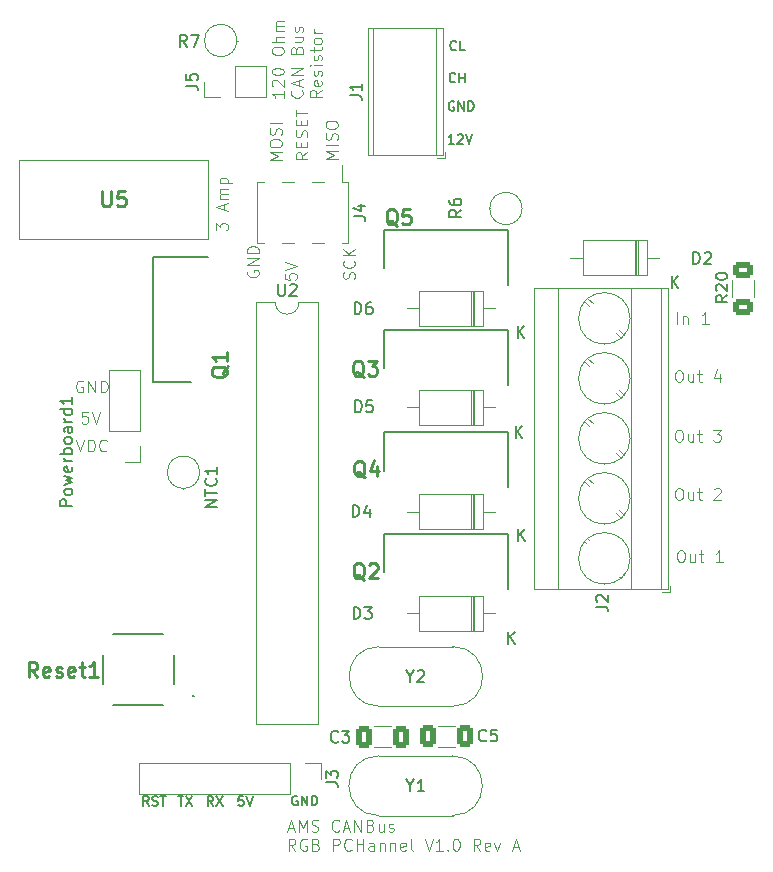
<source format=gbr>
%TF.GenerationSoftware,KiCad,Pcbnew,8.0.1-rc1*%
%TF.CreationDate,2024-06-22T18:19:48-07:00*%
%TF.ProjectId,AMS - CANBus - RGB - Pchannel,414d5320-2d20-4434-914e-427573202d20,rev?*%
%TF.SameCoordinates,Original*%
%TF.FileFunction,Legend,Top*%
%TF.FilePolarity,Positive*%
%FSLAX46Y46*%
G04 Gerber Fmt 4.6, Leading zero omitted, Abs format (unit mm)*
G04 Created by KiCad (PCBNEW 8.0.1-rc1) date 2024-06-22 18:19:48*
%MOMM*%
%LPD*%
G01*
G04 APERTURE LIST*
G04 Aperture macros list*
%AMRoundRect*
0 Rectangle with rounded corners*
0 $1 Rounding radius*
0 $2 $3 $4 $5 $6 $7 $8 $9 X,Y pos of 4 corners*
0 Add a 4 corners polygon primitive as box body*
4,1,4,$2,$3,$4,$5,$6,$7,$8,$9,$2,$3,0*
0 Add four circle primitives for the rounded corners*
1,1,$1+$1,$2,$3*
1,1,$1+$1,$4,$5*
1,1,$1+$1,$6,$7*
1,1,$1+$1,$8,$9*
0 Add four rect primitives between the rounded corners*
20,1,$1+$1,$2,$3,$4,$5,0*
20,1,$1+$1,$4,$5,$6,$7,0*
20,1,$1+$1,$6,$7,$8,$9,0*
20,1,$1+$1,$8,$9,$2,$3,0*%
G04 Aperture macros list end*
%ADD10C,0.100000*%
%ADD11C,0.150000*%
%ADD12C,0.254000*%
%ADD13C,0.120000*%
%ADD14C,0.200000*%
%ADD15RoundRect,0.250000X-0.625000X0.400000X-0.625000X-0.400000X0.625000X-0.400000X0.625000X0.400000X0*%
%ADD16RoundRect,0.250000X-0.412500X-0.650000X0.412500X-0.650000X0.412500X0.650000X-0.412500X0.650000X0*%
%ADD17R,2.085000X2.085000*%
%ADD18C,2.085000*%
%ADD19C,1.600000*%
%ADD20O,1.600000X1.600000*%
%ADD21R,2.200000X2.200000*%
%ADD22O,2.200000X2.200000*%
%ADD23C,2.200000*%
%ADD24R,2.600000X2.600000*%
%ADD25C,2.600000*%
%ADD26R,1.700000X1.700000*%
%ADD27O,1.700000X1.700000*%
%ADD28C,2.400000*%
%ADD29R,1.000000X3.150000*%
%ADD30R,1.600000X1.600000*%
%ADD31R,1.920000X1.920000*%
%ADD32C,1.920000*%
%ADD33C,1.500000*%
%ADD34R,1.500000X1.500000*%
%ADD35RoundRect,0.250000X0.412500X0.650000X-0.412500X0.650000X-0.412500X-0.650000X0.412500X-0.650000X0*%
G04 APERTURE END LIST*
D10*
X141410522Y-77749485D02*
X141362903Y-77844723D01*
X141362903Y-77844723D02*
X141362903Y-77987580D01*
X141362903Y-77987580D02*
X141410522Y-78130437D01*
X141410522Y-78130437D02*
X141505760Y-78225675D01*
X141505760Y-78225675D02*
X141600998Y-78273294D01*
X141600998Y-78273294D02*
X141791474Y-78320913D01*
X141791474Y-78320913D02*
X141934331Y-78320913D01*
X141934331Y-78320913D02*
X142124807Y-78273294D01*
X142124807Y-78273294D02*
X142220045Y-78225675D01*
X142220045Y-78225675D02*
X142315284Y-78130437D01*
X142315284Y-78130437D02*
X142362903Y-77987580D01*
X142362903Y-77987580D02*
X142362903Y-77892342D01*
X142362903Y-77892342D02*
X142315284Y-77749485D01*
X142315284Y-77749485D02*
X142267664Y-77701866D01*
X142267664Y-77701866D02*
X141934331Y-77701866D01*
X141934331Y-77701866D02*
X141934331Y-77892342D01*
X142362903Y-77273294D02*
X141362903Y-77273294D01*
X141362903Y-77273294D02*
X142362903Y-76701866D01*
X142362903Y-76701866D02*
X141362903Y-76701866D01*
X142362903Y-76225675D02*
X141362903Y-76225675D01*
X141362903Y-76225675D02*
X141362903Y-75987580D01*
X141362903Y-75987580D02*
X141410522Y-75844723D01*
X141410522Y-75844723D02*
X141505760Y-75749485D01*
X141505760Y-75749485D02*
X141600998Y-75701866D01*
X141600998Y-75701866D02*
X141791474Y-75654247D01*
X141791474Y-75654247D02*
X141934331Y-75654247D01*
X141934331Y-75654247D02*
X142124807Y-75701866D01*
X142124807Y-75701866D02*
X142220045Y-75749485D01*
X142220045Y-75749485D02*
X142315284Y-75844723D01*
X142315284Y-75844723D02*
X142362903Y-75987580D01*
X142362903Y-75987580D02*
X142362903Y-76225675D01*
X144448247Y-62516753D02*
X144448247Y-63088181D01*
X144448247Y-62802467D02*
X143448247Y-62802467D01*
X143448247Y-62802467D02*
X143591104Y-62897705D01*
X143591104Y-62897705D02*
X143686342Y-62992943D01*
X143686342Y-62992943D02*
X143733961Y-63088181D01*
X143543485Y-62135800D02*
X143495866Y-62088181D01*
X143495866Y-62088181D02*
X143448247Y-61992943D01*
X143448247Y-61992943D02*
X143448247Y-61754848D01*
X143448247Y-61754848D02*
X143495866Y-61659610D01*
X143495866Y-61659610D02*
X143543485Y-61611991D01*
X143543485Y-61611991D02*
X143638723Y-61564372D01*
X143638723Y-61564372D02*
X143733961Y-61564372D01*
X143733961Y-61564372D02*
X143876818Y-61611991D01*
X143876818Y-61611991D02*
X144448247Y-62183419D01*
X144448247Y-62183419D02*
X144448247Y-61564372D01*
X143448247Y-60945324D02*
X143448247Y-60850086D01*
X143448247Y-60850086D02*
X143495866Y-60754848D01*
X143495866Y-60754848D02*
X143543485Y-60707229D01*
X143543485Y-60707229D02*
X143638723Y-60659610D01*
X143638723Y-60659610D02*
X143829199Y-60611991D01*
X143829199Y-60611991D02*
X144067294Y-60611991D01*
X144067294Y-60611991D02*
X144257770Y-60659610D01*
X144257770Y-60659610D02*
X144353008Y-60707229D01*
X144353008Y-60707229D02*
X144400628Y-60754848D01*
X144400628Y-60754848D02*
X144448247Y-60850086D01*
X144448247Y-60850086D02*
X144448247Y-60945324D01*
X144448247Y-60945324D02*
X144400628Y-61040562D01*
X144400628Y-61040562D02*
X144353008Y-61088181D01*
X144353008Y-61088181D02*
X144257770Y-61135800D01*
X144257770Y-61135800D02*
X144067294Y-61183419D01*
X144067294Y-61183419D02*
X143829199Y-61183419D01*
X143829199Y-61183419D02*
X143638723Y-61135800D01*
X143638723Y-61135800D02*
X143543485Y-61088181D01*
X143543485Y-61088181D02*
X143495866Y-61040562D01*
X143495866Y-61040562D02*
X143448247Y-60945324D01*
X143448247Y-59231038D02*
X143448247Y-59040562D01*
X143448247Y-59040562D02*
X143495866Y-58945324D01*
X143495866Y-58945324D02*
X143591104Y-58850086D01*
X143591104Y-58850086D02*
X143781580Y-58802467D01*
X143781580Y-58802467D02*
X144114913Y-58802467D01*
X144114913Y-58802467D02*
X144305389Y-58850086D01*
X144305389Y-58850086D02*
X144400628Y-58945324D01*
X144400628Y-58945324D02*
X144448247Y-59040562D01*
X144448247Y-59040562D02*
X144448247Y-59231038D01*
X144448247Y-59231038D02*
X144400628Y-59326276D01*
X144400628Y-59326276D02*
X144305389Y-59421514D01*
X144305389Y-59421514D02*
X144114913Y-59469133D01*
X144114913Y-59469133D02*
X143781580Y-59469133D01*
X143781580Y-59469133D02*
X143591104Y-59421514D01*
X143591104Y-59421514D02*
X143495866Y-59326276D01*
X143495866Y-59326276D02*
X143448247Y-59231038D01*
X144448247Y-58373895D02*
X143448247Y-58373895D01*
X144448247Y-57945324D02*
X143924437Y-57945324D01*
X143924437Y-57945324D02*
X143829199Y-57992943D01*
X143829199Y-57992943D02*
X143781580Y-58088181D01*
X143781580Y-58088181D02*
X143781580Y-58231038D01*
X143781580Y-58231038D02*
X143829199Y-58326276D01*
X143829199Y-58326276D02*
X143876818Y-58373895D01*
X144448247Y-57469133D02*
X143781580Y-57469133D01*
X143876818Y-57469133D02*
X143829199Y-57421514D01*
X143829199Y-57421514D02*
X143781580Y-57326276D01*
X143781580Y-57326276D02*
X143781580Y-57183419D01*
X143781580Y-57183419D02*
X143829199Y-57088181D01*
X143829199Y-57088181D02*
X143924437Y-57040562D01*
X143924437Y-57040562D02*
X144448247Y-57040562D01*
X143924437Y-57040562D02*
X143829199Y-56992943D01*
X143829199Y-56992943D02*
X143781580Y-56897705D01*
X143781580Y-56897705D02*
X143781580Y-56754848D01*
X143781580Y-56754848D02*
X143829199Y-56659609D01*
X143829199Y-56659609D02*
X143924437Y-56611990D01*
X143924437Y-56611990D02*
X144448247Y-56611990D01*
X145962952Y-62469134D02*
X146010572Y-62516753D01*
X146010572Y-62516753D02*
X146058191Y-62659610D01*
X146058191Y-62659610D02*
X146058191Y-62754848D01*
X146058191Y-62754848D02*
X146010572Y-62897705D01*
X146010572Y-62897705D02*
X145915333Y-62992943D01*
X145915333Y-62992943D02*
X145820095Y-63040562D01*
X145820095Y-63040562D02*
X145629619Y-63088181D01*
X145629619Y-63088181D02*
X145486762Y-63088181D01*
X145486762Y-63088181D02*
X145296286Y-63040562D01*
X145296286Y-63040562D02*
X145201048Y-62992943D01*
X145201048Y-62992943D02*
X145105810Y-62897705D01*
X145105810Y-62897705D02*
X145058191Y-62754848D01*
X145058191Y-62754848D02*
X145058191Y-62659610D01*
X145058191Y-62659610D02*
X145105810Y-62516753D01*
X145105810Y-62516753D02*
X145153429Y-62469134D01*
X145772476Y-62088181D02*
X145772476Y-61611991D01*
X146058191Y-62183419D02*
X145058191Y-61850086D01*
X145058191Y-61850086D02*
X146058191Y-61516753D01*
X146058191Y-61183419D02*
X145058191Y-61183419D01*
X145058191Y-61183419D02*
X146058191Y-60611991D01*
X146058191Y-60611991D02*
X145058191Y-60611991D01*
X145534381Y-59040562D02*
X145582000Y-58897705D01*
X145582000Y-58897705D02*
X145629619Y-58850086D01*
X145629619Y-58850086D02*
X145724857Y-58802467D01*
X145724857Y-58802467D02*
X145867714Y-58802467D01*
X145867714Y-58802467D02*
X145962952Y-58850086D01*
X145962952Y-58850086D02*
X146010572Y-58897705D01*
X146010572Y-58897705D02*
X146058191Y-58992943D01*
X146058191Y-58992943D02*
X146058191Y-59373895D01*
X146058191Y-59373895D02*
X145058191Y-59373895D01*
X145058191Y-59373895D02*
X145058191Y-59040562D01*
X145058191Y-59040562D02*
X145105810Y-58945324D01*
X145105810Y-58945324D02*
X145153429Y-58897705D01*
X145153429Y-58897705D02*
X145248667Y-58850086D01*
X145248667Y-58850086D02*
X145343905Y-58850086D01*
X145343905Y-58850086D02*
X145439143Y-58897705D01*
X145439143Y-58897705D02*
X145486762Y-58945324D01*
X145486762Y-58945324D02*
X145534381Y-59040562D01*
X145534381Y-59040562D02*
X145534381Y-59373895D01*
X145391524Y-57945324D02*
X146058191Y-57945324D01*
X145391524Y-58373895D02*
X145915333Y-58373895D01*
X145915333Y-58373895D02*
X146010572Y-58326276D01*
X146010572Y-58326276D02*
X146058191Y-58231038D01*
X146058191Y-58231038D02*
X146058191Y-58088181D01*
X146058191Y-58088181D02*
X146010572Y-57992943D01*
X146010572Y-57992943D02*
X145962952Y-57945324D01*
X146010572Y-57516752D02*
X146058191Y-57421514D01*
X146058191Y-57421514D02*
X146058191Y-57231038D01*
X146058191Y-57231038D02*
X146010572Y-57135800D01*
X146010572Y-57135800D02*
X145915333Y-57088181D01*
X145915333Y-57088181D02*
X145867714Y-57088181D01*
X145867714Y-57088181D02*
X145772476Y-57135800D01*
X145772476Y-57135800D02*
X145724857Y-57231038D01*
X145724857Y-57231038D02*
X145724857Y-57373895D01*
X145724857Y-57373895D02*
X145677238Y-57469133D01*
X145677238Y-57469133D02*
X145582000Y-57516752D01*
X145582000Y-57516752D02*
X145534381Y-57516752D01*
X145534381Y-57516752D02*
X145439143Y-57469133D01*
X145439143Y-57469133D02*
X145391524Y-57373895D01*
X145391524Y-57373895D02*
X145391524Y-57231038D01*
X145391524Y-57231038D02*
X145439143Y-57135800D01*
X147668135Y-62469134D02*
X147191944Y-62802467D01*
X147668135Y-63040562D02*
X146668135Y-63040562D01*
X146668135Y-63040562D02*
X146668135Y-62659610D01*
X146668135Y-62659610D02*
X146715754Y-62564372D01*
X146715754Y-62564372D02*
X146763373Y-62516753D01*
X146763373Y-62516753D02*
X146858611Y-62469134D01*
X146858611Y-62469134D02*
X147001468Y-62469134D01*
X147001468Y-62469134D02*
X147096706Y-62516753D01*
X147096706Y-62516753D02*
X147144325Y-62564372D01*
X147144325Y-62564372D02*
X147191944Y-62659610D01*
X147191944Y-62659610D02*
X147191944Y-63040562D01*
X147620516Y-61659610D02*
X147668135Y-61754848D01*
X147668135Y-61754848D02*
X147668135Y-61945324D01*
X147668135Y-61945324D02*
X147620516Y-62040562D01*
X147620516Y-62040562D02*
X147525277Y-62088181D01*
X147525277Y-62088181D02*
X147144325Y-62088181D01*
X147144325Y-62088181D02*
X147049087Y-62040562D01*
X147049087Y-62040562D02*
X147001468Y-61945324D01*
X147001468Y-61945324D02*
X147001468Y-61754848D01*
X147001468Y-61754848D02*
X147049087Y-61659610D01*
X147049087Y-61659610D02*
X147144325Y-61611991D01*
X147144325Y-61611991D02*
X147239563Y-61611991D01*
X147239563Y-61611991D02*
X147334801Y-62088181D01*
X147620516Y-61231038D02*
X147668135Y-61135800D01*
X147668135Y-61135800D02*
X147668135Y-60945324D01*
X147668135Y-60945324D02*
X147620516Y-60850086D01*
X147620516Y-60850086D02*
X147525277Y-60802467D01*
X147525277Y-60802467D02*
X147477658Y-60802467D01*
X147477658Y-60802467D02*
X147382420Y-60850086D01*
X147382420Y-60850086D02*
X147334801Y-60945324D01*
X147334801Y-60945324D02*
X147334801Y-61088181D01*
X147334801Y-61088181D02*
X147287182Y-61183419D01*
X147287182Y-61183419D02*
X147191944Y-61231038D01*
X147191944Y-61231038D02*
X147144325Y-61231038D01*
X147144325Y-61231038D02*
X147049087Y-61183419D01*
X147049087Y-61183419D02*
X147001468Y-61088181D01*
X147001468Y-61088181D02*
X147001468Y-60945324D01*
X147001468Y-60945324D02*
X147049087Y-60850086D01*
X147668135Y-60373895D02*
X147001468Y-60373895D01*
X146668135Y-60373895D02*
X146715754Y-60421514D01*
X146715754Y-60421514D02*
X146763373Y-60373895D01*
X146763373Y-60373895D02*
X146715754Y-60326276D01*
X146715754Y-60326276D02*
X146668135Y-60373895D01*
X146668135Y-60373895D02*
X146763373Y-60373895D01*
X147620516Y-59945324D02*
X147668135Y-59850086D01*
X147668135Y-59850086D02*
X147668135Y-59659610D01*
X147668135Y-59659610D02*
X147620516Y-59564372D01*
X147620516Y-59564372D02*
X147525277Y-59516753D01*
X147525277Y-59516753D02*
X147477658Y-59516753D01*
X147477658Y-59516753D02*
X147382420Y-59564372D01*
X147382420Y-59564372D02*
X147334801Y-59659610D01*
X147334801Y-59659610D02*
X147334801Y-59802467D01*
X147334801Y-59802467D02*
X147287182Y-59897705D01*
X147287182Y-59897705D02*
X147191944Y-59945324D01*
X147191944Y-59945324D02*
X147144325Y-59945324D01*
X147144325Y-59945324D02*
X147049087Y-59897705D01*
X147049087Y-59897705D02*
X147001468Y-59802467D01*
X147001468Y-59802467D02*
X147001468Y-59659610D01*
X147001468Y-59659610D02*
X147049087Y-59564372D01*
X147001468Y-59231038D02*
X147001468Y-58850086D01*
X146668135Y-59088181D02*
X147525277Y-59088181D01*
X147525277Y-59088181D02*
X147620516Y-59040562D01*
X147620516Y-59040562D02*
X147668135Y-58945324D01*
X147668135Y-58945324D02*
X147668135Y-58850086D01*
X147668135Y-58373895D02*
X147620516Y-58469133D01*
X147620516Y-58469133D02*
X147572896Y-58516752D01*
X147572896Y-58516752D02*
X147477658Y-58564371D01*
X147477658Y-58564371D02*
X147191944Y-58564371D01*
X147191944Y-58564371D02*
X147096706Y-58516752D01*
X147096706Y-58516752D02*
X147049087Y-58469133D01*
X147049087Y-58469133D02*
X147001468Y-58373895D01*
X147001468Y-58373895D02*
X147001468Y-58231038D01*
X147001468Y-58231038D02*
X147049087Y-58135800D01*
X147049087Y-58135800D02*
X147096706Y-58088181D01*
X147096706Y-58088181D02*
X147191944Y-58040562D01*
X147191944Y-58040562D02*
X147477658Y-58040562D01*
X147477658Y-58040562D02*
X147572896Y-58088181D01*
X147572896Y-58088181D02*
X147620516Y-58135800D01*
X147620516Y-58135800D02*
X147668135Y-58231038D01*
X147668135Y-58231038D02*
X147668135Y-58373895D01*
X147668135Y-57611990D02*
X147001468Y-57611990D01*
X147191944Y-57611990D02*
X147096706Y-57564371D01*
X147096706Y-57564371D02*
X147049087Y-57516752D01*
X147049087Y-57516752D02*
X147001468Y-57421514D01*
X147001468Y-57421514D02*
X147001468Y-57326276D01*
X177835781Y-96168395D02*
X178026257Y-96168395D01*
X178026257Y-96168395D02*
X178121495Y-96216014D01*
X178121495Y-96216014D02*
X178216733Y-96311252D01*
X178216733Y-96311252D02*
X178264352Y-96501728D01*
X178264352Y-96501728D02*
X178264352Y-96835061D01*
X178264352Y-96835061D02*
X178216733Y-97025537D01*
X178216733Y-97025537D02*
X178121495Y-97120776D01*
X178121495Y-97120776D02*
X178026257Y-97168395D01*
X178026257Y-97168395D02*
X177835781Y-97168395D01*
X177835781Y-97168395D02*
X177740543Y-97120776D01*
X177740543Y-97120776D02*
X177645305Y-97025537D01*
X177645305Y-97025537D02*
X177597686Y-96835061D01*
X177597686Y-96835061D02*
X177597686Y-96501728D01*
X177597686Y-96501728D02*
X177645305Y-96311252D01*
X177645305Y-96311252D02*
X177740543Y-96216014D01*
X177740543Y-96216014D02*
X177835781Y-96168395D01*
X179121495Y-96501728D02*
X179121495Y-97168395D01*
X178692924Y-96501728D02*
X178692924Y-97025537D01*
X178692924Y-97025537D02*
X178740543Y-97120776D01*
X178740543Y-97120776D02*
X178835781Y-97168395D01*
X178835781Y-97168395D02*
X178978638Y-97168395D01*
X178978638Y-97168395D02*
X179073876Y-97120776D01*
X179073876Y-97120776D02*
X179121495Y-97073156D01*
X179454829Y-96501728D02*
X179835781Y-96501728D01*
X179597686Y-96168395D02*
X179597686Y-97025537D01*
X179597686Y-97025537D02*
X179645305Y-97120776D01*
X179645305Y-97120776D02*
X179740543Y-97168395D01*
X179740543Y-97168395D02*
X179835781Y-97168395D01*
X180883401Y-96263633D02*
X180931020Y-96216014D01*
X180931020Y-96216014D02*
X181026258Y-96168395D01*
X181026258Y-96168395D02*
X181264353Y-96168395D01*
X181264353Y-96168395D02*
X181359591Y-96216014D01*
X181359591Y-96216014D02*
X181407210Y-96263633D01*
X181407210Y-96263633D02*
X181454829Y-96358871D01*
X181454829Y-96358871D02*
X181454829Y-96454109D01*
X181454829Y-96454109D02*
X181407210Y-96596966D01*
X181407210Y-96596966D02*
X180835782Y-97168395D01*
X180835782Y-97168395D02*
X181454829Y-97168395D01*
X177986653Y-101423794D02*
X178177129Y-101423794D01*
X178177129Y-101423794D02*
X178272367Y-101471413D01*
X178272367Y-101471413D02*
X178367605Y-101566651D01*
X178367605Y-101566651D02*
X178415224Y-101757127D01*
X178415224Y-101757127D02*
X178415224Y-102090460D01*
X178415224Y-102090460D02*
X178367605Y-102280936D01*
X178367605Y-102280936D02*
X178272367Y-102376175D01*
X178272367Y-102376175D02*
X178177129Y-102423794D01*
X178177129Y-102423794D02*
X177986653Y-102423794D01*
X177986653Y-102423794D02*
X177891415Y-102376175D01*
X177891415Y-102376175D02*
X177796177Y-102280936D01*
X177796177Y-102280936D02*
X177748558Y-102090460D01*
X177748558Y-102090460D02*
X177748558Y-101757127D01*
X177748558Y-101757127D02*
X177796177Y-101566651D01*
X177796177Y-101566651D02*
X177891415Y-101471413D01*
X177891415Y-101471413D02*
X177986653Y-101423794D01*
X179272367Y-101757127D02*
X179272367Y-102423794D01*
X178843796Y-101757127D02*
X178843796Y-102280936D01*
X178843796Y-102280936D02*
X178891415Y-102376175D01*
X178891415Y-102376175D02*
X178986653Y-102423794D01*
X178986653Y-102423794D02*
X179129510Y-102423794D01*
X179129510Y-102423794D02*
X179224748Y-102376175D01*
X179224748Y-102376175D02*
X179272367Y-102328555D01*
X179605701Y-101757127D02*
X179986653Y-101757127D01*
X179748558Y-101423794D02*
X179748558Y-102280936D01*
X179748558Y-102280936D02*
X179796177Y-102376175D01*
X179796177Y-102376175D02*
X179891415Y-102423794D01*
X179891415Y-102423794D02*
X179986653Y-102423794D01*
X181605701Y-102423794D02*
X181034273Y-102423794D01*
X181319987Y-102423794D02*
X181319987Y-101423794D01*
X181319987Y-101423794D02*
X181224749Y-101566651D01*
X181224749Y-101566651D02*
X181129511Y-101661889D01*
X181129511Y-101661889D02*
X181034273Y-101709508D01*
D11*
X158985177Y-61738192D02*
X158947081Y-61776288D01*
X158947081Y-61776288D02*
X158832796Y-61814383D01*
X158832796Y-61814383D02*
X158756605Y-61814383D01*
X158756605Y-61814383D02*
X158642319Y-61776288D01*
X158642319Y-61776288D02*
X158566129Y-61700097D01*
X158566129Y-61700097D02*
X158528034Y-61623907D01*
X158528034Y-61623907D02*
X158489938Y-61471526D01*
X158489938Y-61471526D02*
X158489938Y-61357240D01*
X158489938Y-61357240D02*
X158528034Y-61204859D01*
X158528034Y-61204859D02*
X158566129Y-61128668D01*
X158566129Y-61128668D02*
X158642319Y-61052478D01*
X158642319Y-61052478D02*
X158756605Y-61014383D01*
X158756605Y-61014383D02*
X158832796Y-61014383D01*
X158832796Y-61014383D02*
X158947081Y-61052478D01*
X158947081Y-61052478D02*
X158985177Y-61090573D01*
X159328034Y-61814383D02*
X159328034Y-61014383D01*
X159328034Y-61395335D02*
X159785177Y-61395335D01*
X159785177Y-61814383D02*
X159785177Y-61014383D01*
D10*
X177826354Y-91214744D02*
X178016830Y-91214744D01*
X178016830Y-91214744D02*
X178112068Y-91262363D01*
X178112068Y-91262363D02*
X178207306Y-91357601D01*
X178207306Y-91357601D02*
X178254925Y-91548077D01*
X178254925Y-91548077D02*
X178254925Y-91881410D01*
X178254925Y-91881410D02*
X178207306Y-92071886D01*
X178207306Y-92071886D02*
X178112068Y-92167125D01*
X178112068Y-92167125D02*
X178016830Y-92214744D01*
X178016830Y-92214744D02*
X177826354Y-92214744D01*
X177826354Y-92214744D02*
X177731116Y-92167125D01*
X177731116Y-92167125D02*
X177635878Y-92071886D01*
X177635878Y-92071886D02*
X177588259Y-91881410D01*
X177588259Y-91881410D02*
X177588259Y-91548077D01*
X177588259Y-91548077D02*
X177635878Y-91357601D01*
X177635878Y-91357601D02*
X177731116Y-91262363D01*
X177731116Y-91262363D02*
X177826354Y-91214744D01*
X179112068Y-91548077D02*
X179112068Y-92214744D01*
X178683497Y-91548077D02*
X178683497Y-92071886D01*
X178683497Y-92071886D02*
X178731116Y-92167125D01*
X178731116Y-92167125D02*
X178826354Y-92214744D01*
X178826354Y-92214744D02*
X178969211Y-92214744D01*
X178969211Y-92214744D02*
X179064449Y-92167125D01*
X179064449Y-92167125D02*
X179112068Y-92119505D01*
X179445402Y-91548077D02*
X179826354Y-91548077D01*
X179588259Y-91214744D02*
X179588259Y-92071886D01*
X179588259Y-92071886D02*
X179635878Y-92167125D01*
X179635878Y-92167125D02*
X179731116Y-92214744D01*
X179731116Y-92214744D02*
X179826354Y-92214744D01*
X180826355Y-91214744D02*
X181445402Y-91214744D01*
X181445402Y-91214744D02*
X181112069Y-91595696D01*
X181112069Y-91595696D02*
X181254926Y-91595696D01*
X181254926Y-91595696D02*
X181350164Y-91643315D01*
X181350164Y-91643315D02*
X181397783Y-91690934D01*
X181397783Y-91690934D02*
X181445402Y-91786172D01*
X181445402Y-91786172D02*
X181445402Y-92024267D01*
X181445402Y-92024267D02*
X181397783Y-92119505D01*
X181397783Y-92119505D02*
X181350164Y-92167125D01*
X181350164Y-92167125D02*
X181254926Y-92214744D01*
X181254926Y-92214744D02*
X180969212Y-92214744D01*
X180969212Y-92214744D02*
X180873974Y-92167125D01*
X180873974Y-92167125D02*
X180826355Y-92119505D01*
D11*
X159064918Y-59026987D02*
X159026822Y-59065083D01*
X159026822Y-59065083D02*
X158912537Y-59103178D01*
X158912537Y-59103178D02*
X158836346Y-59103178D01*
X158836346Y-59103178D02*
X158722060Y-59065083D01*
X158722060Y-59065083D02*
X158645870Y-58988892D01*
X158645870Y-58988892D02*
X158607775Y-58912702D01*
X158607775Y-58912702D02*
X158569679Y-58760321D01*
X158569679Y-58760321D02*
X158569679Y-58646035D01*
X158569679Y-58646035D02*
X158607775Y-58493654D01*
X158607775Y-58493654D02*
X158645870Y-58417463D01*
X158645870Y-58417463D02*
X158722060Y-58341273D01*
X158722060Y-58341273D02*
X158836346Y-58303178D01*
X158836346Y-58303178D02*
X158912537Y-58303178D01*
X158912537Y-58303178D02*
X159026822Y-58341273D01*
X159026822Y-58341273D02*
X159064918Y-58379368D01*
X159788727Y-59103178D02*
X159407775Y-59103178D01*
X159407775Y-59103178D02*
X159407775Y-58303178D01*
D10*
X150419868Y-78458080D02*
X150467487Y-78315223D01*
X150467487Y-78315223D02*
X150467487Y-78077128D01*
X150467487Y-78077128D02*
X150419868Y-77981890D01*
X150419868Y-77981890D02*
X150372248Y-77934271D01*
X150372248Y-77934271D02*
X150277010Y-77886652D01*
X150277010Y-77886652D02*
X150181772Y-77886652D01*
X150181772Y-77886652D02*
X150086534Y-77934271D01*
X150086534Y-77934271D02*
X150038915Y-77981890D01*
X150038915Y-77981890D02*
X149991296Y-78077128D01*
X149991296Y-78077128D02*
X149943677Y-78267604D01*
X149943677Y-78267604D02*
X149896058Y-78362842D01*
X149896058Y-78362842D02*
X149848439Y-78410461D01*
X149848439Y-78410461D02*
X149753201Y-78458080D01*
X149753201Y-78458080D02*
X149657963Y-78458080D01*
X149657963Y-78458080D02*
X149562725Y-78410461D01*
X149562725Y-78410461D02*
X149515106Y-78362842D01*
X149515106Y-78362842D02*
X149467487Y-78267604D01*
X149467487Y-78267604D02*
X149467487Y-78029509D01*
X149467487Y-78029509D02*
X149515106Y-77886652D01*
X150372248Y-76886652D02*
X150419868Y-76934271D01*
X150419868Y-76934271D02*
X150467487Y-77077128D01*
X150467487Y-77077128D02*
X150467487Y-77172366D01*
X150467487Y-77172366D02*
X150419868Y-77315223D01*
X150419868Y-77315223D02*
X150324629Y-77410461D01*
X150324629Y-77410461D02*
X150229391Y-77458080D01*
X150229391Y-77458080D02*
X150038915Y-77505699D01*
X150038915Y-77505699D02*
X149896058Y-77505699D01*
X149896058Y-77505699D02*
X149705582Y-77458080D01*
X149705582Y-77458080D02*
X149610344Y-77410461D01*
X149610344Y-77410461D02*
X149515106Y-77315223D01*
X149515106Y-77315223D02*
X149467487Y-77172366D01*
X149467487Y-77172366D02*
X149467487Y-77077128D01*
X149467487Y-77077128D02*
X149515106Y-76934271D01*
X149515106Y-76934271D02*
X149562725Y-76886652D01*
X150467487Y-76458080D02*
X149467487Y-76458080D01*
X150467487Y-75886652D02*
X149896058Y-76315223D01*
X149467487Y-75886652D02*
X150038915Y-76458080D01*
D11*
X145611056Y-122262439D02*
X145534866Y-122224344D01*
X145534866Y-122224344D02*
X145420580Y-122224344D01*
X145420580Y-122224344D02*
X145306294Y-122262439D01*
X145306294Y-122262439D02*
X145230104Y-122338629D01*
X145230104Y-122338629D02*
X145192009Y-122414820D01*
X145192009Y-122414820D02*
X145153913Y-122567201D01*
X145153913Y-122567201D02*
X145153913Y-122681487D01*
X145153913Y-122681487D02*
X145192009Y-122833868D01*
X145192009Y-122833868D02*
X145230104Y-122910058D01*
X145230104Y-122910058D02*
X145306294Y-122986249D01*
X145306294Y-122986249D02*
X145420580Y-123024344D01*
X145420580Y-123024344D02*
X145496771Y-123024344D01*
X145496771Y-123024344D02*
X145611056Y-122986249D01*
X145611056Y-122986249D02*
X145649152Y-122948153D01*
X145649152Y-122948153D02*
X145649152Y-122681487D01*
X145649152Y-122681487D02*
X145496771Y-122681487D01*
X145992009Y-123024344D02*
X145992009Y-122224344D01*
X145992009Y-122224344D02*
X146449152Y-123024344D01*
X146449152Y-123024344D02*
X146449152Y-122224344D01*
X146830104Y-123024344D02*
X146830104Y-122224344D01*
X146830104Y-122224344D02*
X147020580Y-122224344D01*
X147020580Y-122224344D02*
X147134866Y-122262439D01*
X147134866Y-122262439D02*
X147211056Y-122338629D01*
X147211056Y-122338629D02*
X147249151Y-122414820D01*
X147249151Y-122414820D02*
X147287247Y-122567201D01*
X147287247Y-122567201D02*
X147287247Y-122681487D01*
X147287247Y-122681487D02*
X147249151Y-122833868D01*
X147249151Y-122833868D02*
X147211056Y-122910058D01*
X147211056Y-122910058D02*
X147134866Y-122986249D01*
X147134866Y-122986249D02*
X147020580Y-123024344D01*
X147020580Y-123024344D02*
X146830104Y-123024344D01*
X133025328Y-123051094D02*
X132758661Y-122670141D01*
X132568185Y-123051094D02*
X132568185Y-122251094D01*
X132568185Y-122251094D02*
X132872947Y-122251094D01*
X132872947Y-122251094D02*
X132949137Y-122289189D01*
X132949137Y-122289189D02*
X132987232Y-122327284D01*
X132987232Y-122327284D02*
X133025328Y-122403475D01*
X133025328Y-122403475D02*
X133025328Y-122517760D01*
X133025328Y-122517760D02*
X132987232Y-122593951D01*
X132987232Y-122593951D02*
X132949137Y-122632046D01*
X132949137Y-122632046D02*
X132872947Y-122670141D01*
X132872947Y-122670141D02*
X132568185Y-122670141D01*
X133330089Y-123012999D02*
X133444375Y-123051094D01*
X133444375Y-123051094D02*
X133634851Y-123051094D01*
X133634851Y-123051094D02*
X133711042Y-123012999D01*
X133711042Y-123012999D02*
X133749137Y-122974903D01*
X133749137Y-122974903D02*
X133787232Y-122898713D01*
X133787232Y-122898713D02*
X133787232Y-122822522D01*
X133787232Y-122822522D02*
X133749137Y-122746332D01*
X133749137Y-122746332D02*
X133711042Y-122708237D01*
X133711042Y-122708237D02*
X133634851Y-122670141D01*
X133634851Y-122670141D02*
X133482470Y-122632046D01*
X133482470Y-122632046D02*
X133406280Y-122593951D01*
X133406280Y-122593951D02*
X133368185Y-122555856D01*
X133368185Y-122555856D02*
X133330089Y-122479665D01*
X133330089Y-122479665D02*
X133330089Y-122403475D01*
X133330089Y-122403475D02*
X133368185Y-122327284D01*
X133368185Y-122327284D02*
X133406280Y-122289189D01*
X133406280Y-122289189D02*
X133482470Y-122251094D01*
X133482470Y-122251094D02*
X133672947Y-122251094D01*
X133672947Y-122251094D02*
X133787232Y-122289189D01*
X134015804Y-122251094D02*
X134472947Y-122251094D01*
X134244375Y-123051094D02*
X134244375Y-122251094D01*
X141028495Y-122251094D02*
X140647543Y-122251094D01*
X140647543Y-122251094D02*
X140609447Y-122632046D01*
X140609447Y-122632046D02*
X140647543Y-122593951D01*
X140647543Y-122593951D02*
X140723733Y-122555856D01*
X140723733Y-122555856D02*
X140914209Y-122555856D01*
X140914209Y-122555856D02*
X140990400Y-122593951D01*
X140990400Y-122593951D02*
X141028495Y-122632046D01*
X141028495Y-122632046D02*
X141066590Y-122708237D01*
X141066590Y-122708237D02*
X141066590Y-122898713D01*
X141066590Y-122898713D02*
X141028495Y-122974903D01*
X141028495Y-122974903D02*
X140990400Y-123012999D01*
X140990400Y-123012999D02*
X140914209Y-123051094D01*
X140914209Y-123051094D02*
X140723733Y-123051094D01*
X140723733Y-123051094D02*
X140647543Y-123012999D01*
X140647543Y-123012999D02*
X140609447Y-122974903D01*
X141295162Y-122251094D02*
X141561829Y-123051094D01*
X141561829Y-123051094D02*
X141828495Y-122251094D01*
D10*
X177756017Y-82252955D02*
X177756017Y-81252955D01*
X178232207Y-81586288D02*
X178232207Y-82252955D01*
X178232207Y-81681526D02*
X178279826Y-81633907D01*
X178279826Y-81633907D02*
X178375064Y-81586288D01*
X178375064Y-81586288D02*
X178517921Y-81586288D01*
X178517921Y-81586288D02*
X178613159Y-81633907D01*
X178613159Y-81633907D02*
X178660778Y-81729145D01*
X178660778Y-81729145D02*
X178660778Y-82252955D01*
X180422683Y-82252955D02*
X179851255Y-82252955D01*
X180136969Y-82252955D02*
X180136969Y-81252955D01*
X180136969Y-81252955D02*
X180041731Y-81395812D01*
X180041731Y-81395812D02*
X179946493Y-81491050D01*
X179946493Y-81491050D02*
X179851255Y-81538669D01*
X144268809Y-68393689D02*
X143268809Y-68393689D01*
X143268809Y-68393689D02*
X143983094Y-68060356D01*
X143983094Y-68060356D02*
X143268809Y-67727023D01*
X143268809Y-67727023D02*
X144268809Y-67727023D01*
X143268809Y-67060356D02*
X143268809Y-66869880D01*
X143268809Y-66869880D02*
X143316428Y-66774642D01*
X143316428Y-66774642D02*
X143411666Y-66679404D01*
X143411666Y-66679404D02*
X143602142Y-66631785D01*
X143602142Y-66631785D02*
X143935475Y-66631785D01*
X143935475Y-66631785D02*
X144125951Y-66679404D01*
X144125951Y-66679404D02*
X144221190Y-66774642D01*
X144221190Y-66774642D02*
X144268809Y-66869880D01*
X144268809Y-66869880D02*
X144268809Y-67060356D01*
X144268809Y-67060356D02*
X144221190Y-67155594D01*
X144221190Y-67155594D02*
X144125951Y-67250832D01*
X144125951Y-67250832D02*
X143935475Y-67298451D01*
X143935475Y-67298451D02*
X143602142Y-67298451D01*
X143602142Y-67298451D02*
X143411666Y-67250832D01*
X143411666Y-67250832D02*
X143316428Y-67155594D01*
X143316428Y-67155594D02*
X143268809Y-67060356D01*
X144221190Y-66250832D02*
X144268809Y-66107975D01*
X144268809Y-66107975D02*
X144268809Y-65869880D01*
X144268809Y-65869880D02*
X144221190Y-65774642D01*
X144221190Y-65774642D02*
X144173570Y-65727023D01*
X144173570Y-65727023D02*
X144078332Y-65679404D01*
X144078332Y-65679404D02*
X143983094Y-65679404D01*
X143983094Y-65679404D02*
X143887856Y-65727023D01*
X143887856Y-65727023D02*
X143840237Y-65774642D01*
X143840237Y-65774642D02*
X143792618Y-65869880D01*
X143792618Y-65869880D02*
X143744999Y-66060356D01*
X143744999Y-66060356D02*
X143697380Y-66155594D01*
X143697380Y-66155594D02*
X143649761Y-66203213D01*
X143649761Y-66203213D02*
X143554523Y-66250832D01*
X143554523Y-66250832D02*
X143459285Y-66250832D01*
X143459285Y-66250832D02*
X143364047Y-66203213D01*
X143364047Y-66203213D02*
X143316428Y-66155594D01*
X143316428Y-66155594D02*
X143268809Y-66060356D01*
X143268809Y-66060356D02*
X143268809Y-65822261D01*
X143268809Y-65822261D02*
X143316428Y-65679404D01*
X144268809Y-65250832D02*
X143268809Y-65250832D01*
D11*
X158867340Y-63444718D02*
X158791150Y-63406623D01*
X158791150Y-63406623D02*
X158676864Y-63406623D01*
X158676864Y-63406623D02*
X158562578Y-63444718D01*
X158562578Y-63444718D02*
X158486388Y-63520908D01*
X158486388Y-63520908D02*
X158448293Y-63597099D01*
X158448293Y-63597099D02*
X158410197Y-63749480D01*
X158410197Y-63749480D02*
X158410197Y-63863766D01*
X158410197Y-63863766D02*
X158448293Y-64016147D01*
X158448293Y-64016147D02*
X158486388Y-64092337D01*
X158486388Y-64092337D02*
X158562578Y-64168528D01*
X158562578Y-64168528D02*
X158676864Y-64206623D01*
X158676864Y-64206623D02*
X158753055Y-64206623D01*
X158753055Y-64206623D02*
X158867340Y-64168528D01*
X158867340Y-64168528D02*
X158905436Y-64130432D01*
X158905436Y-64130432D02*
X158905436Y-63863766D01*
X158905436Y-63863766D02*
X158753055Y-63863766D01*
X159248293Y-64206623D02*
X159248293Y-63406623D01*
X159248293Y-63406623D02*
X159705436Y-64206623D01*
X159705436Y-64206623D02*
X159705436Y-63406623D01*
X160086388Y-64206623D02*
X160086388Y-63406623D01*
X160086388Y-63406623D02*
X160276864Y-63406623D01*
X160276864Y-63406623D02*
X160391150Y-63444718D01*
X160391150Y-63444718D02*
X160467340Y-63520908D01*
X160467340Y-63520908D02*
X160505435Y-63597099D01*
X160505435Y-63597099D02*
X160543531Y-63749480D01*
X160543531Y-63749480D02*
X160543531Y-63863766D01*
X160543531Y-63863766D02*
X160505435Y-64016147D01*
X160505435Y-64016147D02*
X160467340Y-64092337D01*
X160467340Y-64092337D02*
X160391150Y-64168528D01*
X160391150Y-64168528D02*
X160276864Y-64206623D01*
X160276864Y-64206623D02*
X160086388Y-64206623D01*
X138490776Y-123038588D02*
X138224109Y-122657635D01*
X138033633Y-123038588D02*
X138033633Y-122238588D01*
X138033633Y-122238588D02*
X138338395Y-122238588D01*
X138338395Y-122238588D02*
X138414585Y-122276683D01*
X138414585Y-122276683D02*
X138452680Y-122314778D01*
X138452680Y-122314778D02*
X138490776Y-122390969D01*
X138490776Y-122390969D02*
X138490776Y-122505254D01*
X138490776Y-122505254D02*
X138452680Y-122581445D01*
X138452680Y-122581445D02*
X138414585Y-122619540D01*
X138414585Y-122619540D02*
X138338395Y-122657635D01*
X138338395Y-122657635D02*
X138033633Y-122657635D01*
X138757442Y-122238588D02*
X139290776Y-123038588D01*
X139290776Y-122238588D02*
X138757442Y-123038588D01*
D10*
X127440402Y-87108479D02*
X127345164Y-87060860D01*
X127345164Y-87060860D02*
X127202307Y-87060860D01*
X127202307Y-87060860D02*
X127059450Y-87108479D01*
X127059450Y-87108479D02*
X126964212Y-87203717D01*
X126964212Y-87203717D02*
X126916593Y-87298955D01*
X126916593Y-87298955D02*
X126868974Y-87489431D01*
X126868974Y-87489431D02*
X126868974Y-87632288D01*
X126868974Y-87632288D02*
X126916593Y-87822764D01*
X126916593Y-87822764D02*
X126964212Y-87918002D01*
X126964212Y-87918002D02*
X127059450Y-88013241D01*
X127059450Y-88013241D02*
X127202307Y-88060860D01*
X127202307Y-88060860D02*
X127297545Y-88060860D01*
X127297545Y-88060860D02*
X127440402Y-88013241D01*
X127440402Y-88013241D02*
X127488021Y-87965621D01*
X127488021Y-87965621D02*
X127488021Y-87632288D01*
X127488021Y-87632288D02*
X127297545Y-87632288D01*
X127916593Y-88060860D02*
X127916593Y-87060860D01*
X127916593Y-87060860D02*
X128488021Y-88060860D01*
X128488021Y-88060860D02*
X128488021Y-87060860D01*
X128964212Y-88060860D02*
X128964212Y-87060860D01*
X128964212Y-87060860D02*
X129202307Y-87060860D01*
X129202307Y-87060860D02*
X129345164Y-87108479D01*
X129345164Y-87108479D02*
X129440402Y-87203717D01*
X129440402Y-87203717D02*
X129488021Y-87298955D01*
X129488021Y-87298955D02*
X129535640Y-87489431D01*
X129535640Y-87489431D02*
X129535640Y-87632288D01*
X129535640Y-87632288D02*
X129488021Y-87822764D01*
X129488021Y-87822764D02*
X129440402Y-87918002D01*
X129440402Y-87918002D02*
X129345164Y-88013241D01*
X129345164Y-88013241D02*
X129202307Y-88060860D01*
X129202307Y-88060860D02*
X128964212Y-88060860D01*
D11*
X135493039Y-122263601D02*
X135950182Y-122263601D01*
X135721610Y-123063601D02*
X135721610Y-122263601D01*
X136140658Y-122263601D02*
X136673992Y-123063601D01*
X136673992Y-122263601D02*
X136140658Y-123063601D01*
X158867340Y-66997570D02*
X158410197Y-66997570D01*
X158638769Y-66997570D02*
X158638769Y-66197570D01*
X158638769Y-66197570D02*
X158562578Y-66311855D01*
X158562578Y-66311855D02*
X158486388Y-66388046D01*
X158486388Y-66388046D02*
X158410197Y-66426141D01*
X159172102Y-66273760D02*
X159210198Y-66235665D01*
X159210198Y-66235665D02*
X159286388Y-66197570D01*
X159286388Y-66197570D02*
X159476864Y-66197570D01*
X159476864Y-66197570D02*
X159553055Y-66235665D01*
X159553055Y-66235665D02*
X159591150Y-66273760D01*
X159591150Y-66273760D02*
X159629245Y-66349951D01*
X159629245Y-66349951D02*
X159629245Y-66426141D01*
X159629245Y-66426141D02*
X159591150Y-66540427D01*
X159591150Y-66540427D02*
X159134007Y-66997570D01*
X159134007Y-66997570D02*
X159629245Y-66997570D01*
X159857817Y-66197570D02*
X160124484Y-66997570D01*
X160124484Y-66997570D02*
X160391150Y-66197570D01*
D10*
X144812029Y-124955436D02*
X145288219Y-124955436D01*
X144716791Y-125241151D02*
X145050124Y-124241151D01*
X145050124Y-124241151D02*
X145383457Y-125241151D01*
X145716791Y-125241151D02*
X145716791Y-124241151D01*
X145716791Y-124241151D02*
X146050124Y-124955436D01*
X146050124Y-124955436D02*
X146383457Y-124241151D01*
X146383457Y-124241151D02*
X146383457Y-125241151D01*
X146812029Y-125193532D02*
X146954886Y-125241151D01*
X146954886Y-125241151D02*
X147192981Y-125241151D01*
X147192981Y-125241151D02*
X147288219Y-125193532D01*
X147288219Y-125193532D02*
X147335838Y-125145912D01*
X147335838Y-125145912D02*
X147383457Y-125050674D01*
X147383457Y-125050674D02*
X147383457Y-124955436D01*
X147383457Y-124955436D02*
X147335838Y-124860198D01*
X147335838Y-124860198D02*
X147288219Y-124812579D01*
X147288219Y-124812579D02*
X147192981Y-124764960D01*
X147192981Y-124764960D02*
X147002505Y-124717341D01*
X147002505Y-124717341D02*
X146907267Y-124669722D01*
X146907267Y-124669722D02*
X146859648Y-124622103D01*
X146859648Y-124622103D02*
X146812029Y-124526865D01*
X146812029Y-124526865D02*
X146812029Y-124431627D01*
X146812029Y-124431627D02*
X146859648Y-124336389D01*
X146859648Y-124336389D02*
X146907267Y-124288770D01*
X146907267Y-124288770D02*
X147002505Y-124241151D01*
X147002505Y-124241151D02*
X147240600Y-124241151D01*
X147240600Y-124241151D02*
X147383457Y-124288770D01*
X149145362Y-125145912D02*
X149097743Y-125193532D01*
X149097743Y-125193532D02*
X148954886Y-125241151D01*
X148954886Y-125241151D02*
X148859648Y-125241151D01*
X148859648Y-125241151D02*
X148716791Y-125193532D01*
X148716791Y-125193532D02*
X148621553Y-125098293D01*
X148621553Y-125098293D02*
X148573934Y-125003055D01*
X148573934Y-125003055D02*
X148526315Y-124812579D01*
X148526315Y-124812579D02*
X148526315Y-124669722D01*
X148526315Y-124669722D02*
X148573934Y-124479246D01*
X148573934Y-124479246D02*
X148621553Y-124384008D01*
X148621553Y-124384008D02*
X148716791Y-124288770D01*
X148716791Y-124288770D02*
X148859648Y-124241151D01*
X148859648Y-124241151D02*
X148954886Y-124241151D01*
X148954886Y-124241151D02*
X149097743Y-124288770D01*
X149097743Y-124288770D02*
X149145362Y-124336389D01*
X149526315Y-124955436D02*
X150002505Y-124955436D01*
X149431077Y-125241151D02*
X149764410Y-124241151D01*
X149764410Y-124241151D02*
X150097743Y-125241151D01*
X150431077Y-125241151D02*
X150431077Y-124241151D01*
X150431077Y-124241151D02*
X151002505Y-125241151D01*
X151002505Y-125241151D02*
X151002505Y-124241151D01*
X151812029Y-124717341D02*
X151954886Y-124764960D01*
X151954886Y-124764960D02*
X152002505Y-124812579D01*
X152002505Y-124812579D02*
X152050124Y-124907817D01*
X152050124Y-124907817D02*
X152050124Y-125050674D01*
X152050124Y-125050674D02*
X152002505Y-125145912D01*
X152002505Y-125145912D02*
X151954886Y-125193532D01*
X151954886Y-125193532D02*
X151859648Y-125241151D01*
X151859648Y-125241151D02*
X151478696Y-125241151D01*
X151478696Y-125241151D02*
X151478696Y-124241151D01*
X151478696Y-124241151D02*
X151812029Y-124241151D01*
X151812029Y-124241151D02*
X151907267Y-124288770D01*
X151907267Y-124288770D02*
X151954886Y-124336389D01*
X151954886Y-124336389D02*
X152002505Y-124431627D01*
X152002505Y-124431627D02*
X152002505Y-124526865D01*
X152002505Y-124526865D02*
X151954886Y-124622103D01*
X151954886Y-124622103D02*
X151907267Y-124669722D01*
X151907267Y-124669722D02*
X151812029Y-124717341D01*
X151812029Y-124717341D02*
X151478696Y-124717341D01*
X152907267Y-124574484D02*
X152907267Y-125241151D01*
X152478696Y-124574484D02*
X152478696Y-125098293D01*
X152478696Y-125098293D02*
X152526315Y-125193532D01*
X152526315Y-125193532D02*
X152621553Y-125241151D01*
X152621553Y-125241151D02*
X152764410Y-125241151D01*
X152764410Y-125241151D02*
X152859648Y-125193532D01*
X152859648Y-125193532D02*
X152907267Y-125145912D01*
X153335839Y-125193532D02*
X153431077Y-125241151D01*
X153431077Y-125241151D02*
X153621553Y-125241151D01*
X153621553Y-125241151D02*
X153716791Y-125193532D01*
X153716791Y-125193532D02*
X153764410Y-125098293D01*
X153764410Y-125098293D02*
X153764410Y-125050674D01*
X153764410Y-125050674D02*
X153716791Y-124955436D01*
X153716791Y-124955436D02*
X153621553Y-124907817D01*
X153621553Y-124907817D02*
X153478696Y-124907817D01*
X153478696Y-124907817D02*
X153383458Y-124860198D01*
X153383458Y-124860198D02*
X153335839Y-124764960D01*
X153335839Y-124764960D02*
X153335839Y-124717341D01*
X153335839Y-124717341D02*
X153383458Y-124622103D01*
X153383458Y-124622103D02*
X153478696Y-124574484D01*
X153478696Y-124574484D02*
X153621553Y-124574484D01*
X153621553Y-124574484D02*
X153716791Y-124622103D01*
X145431076Y-126851095D02*
X145097743Y-126374904D01*
X144859648Y-126851095D02*
X144859648Y-125851095D01*
X144859648Y-125851095D02*
X145240600Y-125851095D01*
X145240600Y-125851095D02*
X145335838Y-125898714D01*
X145335838Y-125898714D02*
X145383457Y-125946333D01*
X145383457Y-125946333D02*
X145431076Y-126041571D01*
X145431076Y-126041571D02*
X145431076Y-126184428D01*
X145431076Y-126184428D02*
X145383457Y-126279666D01*
X145383457Y-126279666D02*
X145335838Y-126327285D01*
X145335838Y-126327285D02*
X145240600Y-126374904D01*
X145240600Y-126374904D02*
X144859648Y-126374904D01*
X146383457Y-125898714D02*
X146288219Y-125851095D01*
X146288219Y-125851095D02*
X146145362Y-125851095D01*
X146145362Y-125851095D02*
X146002505Y-125898714D01*
X146002505Y-125898714D02*
X145907267Y-125993952D01*
X145907267Y-125993952D02*
X145859648Y-126089190D01*
X145859648Y-126089190D02*
X145812029Y-126279666D01*
X145812029Y-126279666D02*
X145812029Y-126422523D01*
X145812029Y-126422523D02*
X145859648Y-126612999D01*
X145859648Y-126612999D02*
X145907267Y-126708237D01*
X145907267Y-126708237D02*
X146002505Y-126803476D01*
X146002505Y-126803476D02*
X146145362Y-126851095D01*
X146145362Y-126851095D02*
X146240600Y-126851095D01*
X146240600Y-126851095D02*
X146383457Y-126803476D01*
X146383457Y-126803476D02*
X146431076Y-126755856D01*
X146431076Y-126755856D02*
X146431076Y-126422523D01*
X146431076Y-126422523D02*
X146240600Y-126422523D01*
X147192981Y-126327285D02*
X147335838Y-126374904D01*
X147335838Y-126374904D02*
X147383457Y-126422523D01*
X147383457Y-126422523D02*
X147431076Y-126517761D01*
X147431076Y-126517761D02*
X147431076Y-126660618D01*
X147431076Y-126660618D02*
X147383457Y-126755856D01*
X147383457Y-126755856D02*
X147335838Y-126803476D01*
X147335838Y-126803476D02*
X147240600Y-126851095D01*
X147240600Y-126851095D02*
X146859648Y-126851095D01*
X146859648Y-126851095D02*
X146859648Y-125851095D01*
X146859648Y-125851095D02*
X147192981Y-125851095D01*
X147192981Y-125851095D02*
X147288219Y-125898714D01*
X147288219Y-125898714D02*
X147335838Y-125946333D01*
X147335838Y-125946333D02*
X147383457Y-126041571D01*
X147383457Y-126041571D02*
X147383457Y-126136809D01*
X147383457Y-126136809D02*
X147335838Y-126232047D01*
X147335838Y-126232047D02*
X147288219Y-126279666D01*
X147288219Y-126279666D02*
X147192981Y-126327285D01*
X147192981Y-126327285D02*
X146859648Y-126327285D01*
X148621553Y-126851095D02*
X148621553Y-125851095D01*
X148621553Y-125851095D02*
X149002505Y-125851095D01*
X149002505Y-125851095D02*
X149097743Y-125898714D01*
X149097743Y-125898714D02*
X149145362Y-125946333D01*
X149145362Y-125946333D02*
X149192981Y-126041571D01*
X149192981Y-126041571D02*
X149192981Y-126184428D01*
X149192981Y-126184428D02*
X149145362Y-126279666D01*
X149145362Y-126279666D02*
X149097743Y-126327285D01*
X149097743Y-126327285D02*
X149002505Y-126374904D01*
X149002505Y-126374904D02*
X148621553Y-126374904D01*
X150192981Y-126755856D02*
X150145362Y-126803476D01*
X150145362Y-126803476D02*
X150002505Y-126851095D01*
X150002505Y-126851095D02*
X149907267Y-126851095D01*
X149907267Y-126851095D02*
X149764410Y-126803476D01*
X149764410Y-126803476D02*
X149669172Y-126708237D01*
X149669172Y-126708237D02*
X149621553Y-126612999D01*
X149621553Y-126612999D02*
X149573934Y-126422523D01*
X149573934Y-126422523D02*
X149573934Y-126279666D01*
X149573934Y-126279666D02*
X149621553Y-126089190D01*
X149621553Y-126089190D02*
X149669172Y-125993952D01*
X149669172Y-125993952D02*
X149764410Y-125898714D01*
X149764410Y-125898714D02*
X149907267Y-125851095D01*
X149907267Y-125851095D02*
X150002505Y-125851095D01*
X150002505Y-125851095D02*
X150145362Y-125898714D01*
X150145362Y-125898714D02*
X150192981Y-125946333D01*
X150621553Y-126851095D02*
X150621553Y-125851095D01*
X150621553Y-126327285D02*
X151192981Y-126327285D01*
X151192981Y-126851095D02*
X151192981Y-125851095D01*
X152097743Y-126851095D02*
X152097743Y-126327285D01*
X152097743Y-126327285D02*
X152050124Y-126232047D01*
X152050124Y-126232047D02*
X151954886Y-126184428D01*
X151954886Y-126184428D02*
X151764410Y-126184428D01*
X151764410Y-126184428D02*
X151669172Y-126232047D01*
X152097743Y-126803476D02*
X152002505Y-126851095D01*
X152002505Y-126851095D02*
X151764410Y-126851095D01*
X151764410Y-126851095D02*
X151669172Y-126803476D01*
X151669172Y-126803476D02*
X151621553Y-126708237D01*
X151621553Y-126708237D02*
X151621553Y-126612999D01*
X151621553Y-126612999D02*
X151669172Y-126517761D01*
X151669172Y-126517761D02*
X151764410Y-126470142D01*
X151764410Y-126470142D02*
X152002505Y-126470142D01*
X152002505Y-126470142D02*
X152097743Y-126422523D01*
X152573934Y-126184428D02*
X152573934Y-126851095D01*
X152573934Y-126279666D02*
X152621553Y-126232047D01*
X152621553Y-126232047D02*
X152716791Y-126184428D01*
X152716791Y-126184428D02*
X152859648Y-126184428D01*
X152859648Y-126184428D02*
X152954886Y-126232047D01*
X152954886Y-126232047D02*
X153002505Y-126327285D01*
X153002505Y-126327285D02*
X153002505Y-126851095D01*
X153478696Y-126184428D02*
X153478696Y-126851095D01*
X153478696Y-126279666D02*
X153526315Y-126232047D01*
X153526315Y-126232047D02*
X153621553Y-126184428D01*
X153621553Y-126184428D02*
X153764410Y-126184428D01*
X153764410Y-126184428D02*
X153859648Y-126232047D01*
X153859648Y-126232047D02*
X153907267Y-126327285D01*
X153907267Y-126327285D02*
X153907267Y-126851095D01*
X154764410Y-126803476D02*
X154669172Y-126851095D01*
X154669172Y-126851095D02*
X154478696Y-126851095D01*
X154478696Y-126851095D02*
X154383458Y-126803476D01*
X154383458Y-126803476D02*
X154335839Y-126708237D01*
X154335839Y-126708237D02*
X154335839Y-126327285D01*
X154335839Y-126327285D02*
X154383458Y-126232047D01*
X154383458Y-126232047D02*
X154478696Y-126184428D01*
X154478696Y-126184428D02*
X154669172Y-126184428D01*
X154669172Y-126184428D02*
X154764410Y-126232047D01*
X154764410Y-126232047D02*
X154812029Y-126327285D01*
X154812029Y-126327285D02*
X154812029Y-126422523D01*
X154812029Y-126422523D02*
X154335839Y-126517761D01*
X155383458Y-126851095D02*
X155288220Y-126803476D01*
X155288220Y-126803476D02*
X155240601Y-126708237D01*
X155240601Y-126708237D02*
X155240601Y-125851095D01*
X156383459Y-125851095D02*
X156716792Y-126851095D01*
X156716792Y-126851095D02*
X157050125Y-125851095D01*
X157907268Y-126851095D02*
X157335840Y-126851095D01*
X157621554Y-126851095D02*
X157621554Y-125851095D01*
X157621554Y-125851095D02*
X157526316Y-125993952D01*
X157526316Y-125993952D02*
X157431078Y-126089190D01*
X157431078Y-126089190D02*
X157335840Y-126136809D01*
X158335840Y-126755856D02*
X158383459Y-126803476D01*
X158383459Y-126803476D02*
X158335840Y-126851095D01*
X158335840Y-126851095D02*
X158288221Y-126803476D01*
X158288221Y-126803476D02*
X158335840Y-126755856D01*
X158335840Y-126755856D02*
X158335840Y-126851095D01*
X159002506Y-125851095D02*
X159097744Y-125851095D01*
X159097744Y-125851095D02*
X159192982Y-125898714D01*
X159192982Y-125898714D02*
X159240601Y-125946333D01*
X159240601Y-125946333D02*
X159288220Y-126041571D01*
X159288220Y-126041571D02*
X159335839Y-126232047D01*
X159335839Y-126232047D02*
X159335839Y-126470142D01*
X159335839Y-126470142D02*
X159288220Y-126660618D01*
X159288220Y-126660618D02*
X159240601Y-126755856D01*
X159240601Y-126755856D02*
X159192982Y-126803476D01*
X159192982Y-126803476D02*
X159097744Y-126851095D01*
X159097744Y-126851095D02*
X159002506Y-126851095D01*
X159002506Y-126851095D02*
X158907268Y-126803476D01*
X158907268Y-126803476D02*
X158859649Y-126755856D01*
X158859649Y-126755856D02*
X158812030Y-126660618D01*
X158812030Y-126660618D02*
X158764411Y-126470142D01*
X158764411Y-126470142D02*
X158764411Y-126232047D01*
X158764411Y-126232047D02*
X158812030Y-126041571D01*
X158812030Y-126041571D02*
X158859649Y-125946333D01*
X158859649Y-125946333D02*
X158907268Y-125898714D01*
X158907268Y-125898714D02*
X159002506Y-125851095D01*
X161097744Y-126851095D02*
X160764411Y-126374904D01*
X160526316Y-126851095D02*
X160526316Y-125851095D01*
X160526316Y-125851095D02*
X160907268Y-125851095D01*
X160907268Y-125851095D02*
X161002506Y-125898714D01*
X161002506Y-125898714D02*
X161050125Y-125946333D01*
X161050125Y-125946333D02*
X161097744Y-126041571D01*
X161097744Y-126041571D02*
X161097744Y-126184428D01*
X161097744Y-126184428D02*
X161050125Y-126279666D01*
X161050125Y-126279666D02*
X161002506Y-126327285D01*
X161002506Y-126327285D02*
X160907268Y-126374904D01*
X160907268Y-126374904D02*
X160526316Y-126374904D01*
X161907268Y-126803476D02*
X161812030Y-126851095D01*
X161812030Y-126851095D02*
X161621554Y-126851095D01*
X161621554Y-126851095D02*
X161526316Y-126803476D01*
X161526316Y-126803476D02*
X161478697Y-126708237D01*
X161478697Y-126708237D02*
X161478697Y-126327285D01*
X161478697Y-126327285D02*
X161526316Y-126232047D01*
X161526316Y-126232047D02*
X161621554Y-126184428D01*
X161621554Y-126184428D02*
X161812030Y-126184428D01*
X161812030Y-126184428D02*
X161907268Y-126232047D01*
X161907268Y-126232047D02*
X161954887Y-126327285D01*
X161954887Y-126327285D02*
X161954887Y-126422523D01*
X161954887Y-126422523D02*
X161478697Y-126517761D01*
X162288221Y-126184428D02*
X162526316Y-126851095D01*
X162526316Y-126851095D02*
X162764411Y-126184428D01*
X163859650Y-126565380D02*
X164335840Y-126565380D01*
X163764412Y-126851095D02*
X164097745Y-125851095D01*
X164097745Y-125851095D02*
X164431078Y-126851095D01*
X127871801Y-89691196D02*
X127395611Y-89691196D01*
X127395611Y-89691196D02*
X127347992Y-90167386D01*
X127347992Y-90167386D02*
X127395611Y-90119767D01*
X127395611Y-90119767D02*
X127490849Y-90072148D01*
X127490849Y-90072148D02*
X127728944Y-90072148D01*
X127728944Y-90072148D02*
X127824182Y-90119767D01*
X127824182Y-90119767D02*
X127871801Y-90167386D01*
X127871801Y-90167386D02*
X127919420Y-90262624D01*
X127919420Y-90262624D02*
X127919420Y-90500719D01*
X127919420Y-90500719D02*
X127871801Y-90595957D01*
X127871801Y-90595957D02*
X127824182Y-90643577D01*
X127824182Y-90643577D02*
X127728944Y-90691196D01*
X127728944Y-90691196D02*
X127490849Y-90691196D01*
X127490849Y-90691196D02*
X127395611Y-90643577D01*
X127395611Y-90643577D02*
X127347992Y-90595957D01*
X128205135Y-89691196D02*
X128538468Y-90691196D01*
X128538468Y-90691196D02*
X128871801Y-89691196D01*
X138702322Y-74346403D02*
X138702322Y-73727356D01*
X138702322Y-73727356D02*
X139083274Y-74060689D01*
X139083274Y-74060689D02*
X139083274Y-73917832D01*
X139083274Y-73917832D02*
X139130893Y-73822594D01*
X139130893Y-73822594D02*
X139178512Y-73774975D01*
X139178512Y-73774975D02*
X139273750Y-73727356D01*
X139273750Y-73727356D02*
X139511845Y-73727356D01*
X139511845Y-73727356D02*
X139607083Y-73774975D01*
X139607083Y-73774975D02*
X139654703Y-73822594D01*
X139654703Y-73822594D02*
X139702322Y-73917832D01*
X139702322Y-73917832D02*
X139702322Y-74203546D01*
X139702322Y-74203546D02*
X139654703Y-74298784D01*
X139654703Y-74298784D02*
X139607083Y-74346403D01*
X139416607Y-72584498D02*
X139416607Y-72108308D01*
X139702322Y-72679736D02*
X138702322Y-72346403D01*
X138702322Y-72346403D02*
X139702322Y-72013070D01*
X139702322Y-71679736D02*
X139035655Y-71679736D01*
X139130893Y-71679736D02*
X139083274Y-71632117D01*
X139083274Y-71632117D02*
X139035655Y-71536879D01*
X139035655Y-71536879D02*
X139035655Y-71394022D01*
X139035655Y-71394022D02*
X139083274Y-71298784D01*
X139083274Y-71298784D02*
X139178512Y-71251165D01*
X139178512Y-71251165D02*
X139702322Y-71251165D01*
X139178512Y-71251165D02*
X139083274Y-71203546D01*
X139083274Y-71203546D02*
X139035655Y-71108308D01*
X139035655Y-71108308D02*
X139035655Y-70965451D01*
X139035655Y-70965451D02*
X139083274Y-70870212D01*
X139083274Y-70870212D02*
X139178512Y-70822593D01*
X139178512Y-70822593D02*
X139702322Y-70822593D01*
X139035655Y-70346403D02*
X140035655Y-70346403D01*
X139083274Y-70346403D02*
X139035655Y-70251165D01*
X139035655Y-70251165D02*
X139035655Y-70060689D01*
X139035655Y-70060689D02*
X139083274Y-69965451D01*
X139083274Y-69965451D02*
X139130893Y-69917832D01*
X139130893Y-69917832D02*
X139226131Y-69870213D01*
X139226131Y-69870213D02*
X139511845Y-69870213D01*
X139511845Y-69870213D02*
X139607083Y-69917832D01*
X139607083Y-69917832D02*
X139654703Y-69965451D01*
X139654703Y-69965451D02*
X139702322Y-70060689D01*
X139702322Y-70060689D02*
X139702322Y-70251165D01*
X139702322Y-70251165D02*
X139654703Y-70346403D01*
X177826354Y-86160509D02*
X178016830Y-86160509D01*
X178016830Y-86160509D02*
X178112068Y-86208128D01*
X178112068Y-86208128D02*
X178207306Y-86303366D01*
X178207306Y-86303366D02*
X178254925Y-86493842D01*
X178254925Y-86493842D02*
X178254925Y-86827175D01*
X178254925Y-86827175D02*
X178207306Y-87017651D01*
X178207306Y-87017651D02*
X178112068Y-87112890D01*
X178112068Y-87112890D02*
X178016830Y-87160509D01*
X178016830Y-87160509D02*
X177826354Y-87160509D01*
X177826354Y-87160509D02*
X177731116Y-87112890D01*
X177731116Y-87112890D02*
X177635878Y-87017651D01*
X177635878Y-87017651D02*
X177588259Y-86827175D01*
X177588259Y-86827175D02*
X177588259Y-86493842D01*
X177588259Y-86493842D02*
X177635878Y-86303366D01*
X177635878Y-86303366D02*
X177731116Y-86208128D01*
X177731116Y-86208128D02*
X177826354Y-86160509D01*
X179112068Y-86493842D02*
X179112068Y-87160509D01*
X178683497Y-86493842D02*
X178683497Y-87017651D01*
X178683497Y-87017651D02*
X178731116Y-87112890D01*
X178731116Y-87112890D02*
X178826354Y-87160509D01*
X178826354Y-87160509D02*
X178969211Y-87160509D01*
X178969211Y-87160509D02*
X179064449Y-87112890D01*
X179064449Y-87112890D02*
X179112068Y-87065270D01*
X179445402Y-86493842D02*
X179826354Y-86493842D01*
X179588259Y-86160509D02*
X179588259Y-87017651D01*
X179588259Y-87017651D02*
X179635878Y-87112890D01*
X179635878Y-87112890D02*
X179731116Y-87160509D01*
X179731116Y-87160509D02*
X179826354Y-87160509D01*
X181350164Y-86493842D02*
X181350164Y-87160509D01*
X181112069Y-86112890D02*
X180873974Y-86827175D01*
X180873974Y-86827175D02*
X181493021Y-86827175D01*
X126891081Y-92056423D02*
X127224414Y-93056423D01*
X127224414Y-93056423D02*
X127557747Y-92056423D01*
X127891081Y-93056423D02*
X127891081Y-92056423D01*
X127891081Y-92056423D02*
X128129176Y-92056423D01*
X128129176Y-92056423D02*
X128272033Y-92104042D01*
X128272033Y-92104042D02*
X128367271Y-92199280D01*
X128367271Y-92199280D02*
X128414890Y-92294518D01*
X128414890Y-92294518D02*
X128462509Y-92484994D01*
X128462509Y-92484994D02*
X128462509Y-92627851D01*
X128462509Y-92627851D02*
X128414890Y-92818327D01*
X128414890Y-92818327D02*
X128367271Y-92913565D01*
X128367271Y-92913565D02*
X128272033Y-93008804D01*
X128272033Y-93008804D02*
X128129176Y-93056423D01*
X128129176Y-93056423D02*
X127891081Y-93056423D01*
X129462509Y-92961184D02*
X129414890Y-93008804D01*
X129414890Y-93008804D02*
X129272033Y-93056423D01*
X129272033Y-93056423D02*
X129176795Y-93056423D01*
X129176795Y-93056423D02*
X129033938Y-93008804D01*
X129033938Y-93008804D02*
X128938700Y-92913565D01*
X128938700Y-92913565D02*
X128891081Y-92818327D01*
X128891081Y-92818327D02*
X128843462Y-92627851D01*
X128843462Y-92627851D02*
X128843462Y-92484994D01*
X128843462Y-92484994D02*
X128891081Y-92294518D01*
X128891081Y-92294518D02*
X128938700Y-92199280D01*
X128938700Y-92199280D02*
X129033938Y-92104042D01*
X129033938Y-92104042D02*
X129176795Y-92056423D01*
X129176795Y-92056423D02*
X129272033Y-92056423D01*
X129272033Y-92056423D02*
X129414890Y-92104042D01*
X129414890Y-92104042D02*
X129462509Y-92151661D01*
X149007097Y-68251164D02*
X148007097Y-68251164D01*
X148007097Y-68251164D02*
X148721382Y-67917831D01*
X148721382Y-67917831D02*
X148007097Y-67584498D01*
X148007097Y-67584498D02*
X149007097Y-67584498D01*
X149007097Y-67108307D02*
X148007097Y-67108307D01*
X148959478Y-66679736D02*
X149007097Y-66536879D01*
X149007097Y-66536879D02*
X149007097Y-66298784D01*
X149007097Y-66298784D02*
X148959478Y-66203546D01*
X148959478Y-66203546D02*
X148911858Y-66155927D01*
X148911858Y-66155927D02*
X148816620Y-66108308D01*
X148816620Y-66108308D02*
X148721382Y-66108308D01*
X148721382Y-66108308D02*
X148626144Y-66155927D01*
X148626144Y-66155927D02*
X148578525Y-66203546D01*
X148578525Y-66203546D02*
X148530906Y-66298784D01*
X148530906Y-66298784D02*
X148483287Y-66489260D01*
X148483287Y-66489260D02*
X148435668Y-66584498D01*
X148435668Y-66584498D02*
X148388049Y-66632117D01*
X148388049Y-66632117D02*
X148292811Y-66679736D01*
X148292811Y-66679736D02*
X148197573Y-66679736D01*
X148197573Y-66679736D02*
X148102335Y-66632117D01*
X148102335Y-66632117D02*
X148054716Y-66584498D01*
X148054716Y-66584498D02*
X148007097Y-66489260D01*
X148007097Y-66489260D02*
X148007097Y-66251165D01*
X148007097Y-66251165D02*
X148054716Y-66108308D01*
X148007097Y-65489260D02*
X148007097Y-65298784D01*
X148007097Y-65298784D02*
X148054716Y-65203546D01*
X148054716Y-65203546D02*
X148149954Y-65108308D01*
X148149954Y-65108308D02*
X148340430Y-65060689D01*
X148340430Y-65060689D02*
X148673763Y-65060689D01*
X148673763Y-65060689D02*
X148864239Y-65108308D01*
X148864239Y-65108308D02*
X148959478Y-65203546D01*
X148959478Y-65203546D02*
X149007097Y-65298784D01*
X149007097Y-65298784D02*
X149007097Y-65489260D01*
X149007097Y-65489260D02*
X148959478Y-65584498D01*
X148959478Y-65584498D02*
X148864239Y-65679736D01*
X148864239Y-65679736D02*
X148673763Y-65727355D01*
X148673763Y-65727355D02*
X148340430Y-65727355D01*
X148340430Y-65727355D02*
X148149954Y-65679736D01*
X148149954Y-65679736D02*
X148054716Y-65584498D01*
X148054716Y-65584498D02*
X148007097Y-65489260D01*
X146465340Y-67734202D02*
X145989149Y-68067535D01*
X146465340Y-68305630D02*
X145465340Y-68305630D01*
X145465340Y-68305630D02*
X145465340Y-67924678D01*
X145465340Y-67924678D02*
X145512959Y-67829440D01*
X145512959Y-67829440D02*
X145560578Y-67781821D01*
X145560578Y-67781821D02*
X145655816Y-67734202D01*
X145655816Y-67734202D02*
X145798673Y-67734202D01*
X145798673Y-67734202D02*
X145893911Y-67781821D01*
X145893911Y-67781821D02*
X145941530Y-67829440D01*
X145941530Y-67829440D02*
X145989149Y-67924678D01*
X145989149Y-67924678D02*
X145989149Y-68305630D01*
X145941530Y-67305630D02*
X145941530Y-66972297D01*
X146465340Y-66829440D02*
X146465340Y-67305630D01*
X146465340Y-67305630D02*
X145465340Y-67305630D01*
X145465340Y-67305630D02*
X145465340Y-66829440D01*
X146417721Y-66448487D02*
X146465340Y-66305630D01*
X146465340Y-66305630D02*
X146465340Y-66067535D01*
X146465340Y-66067535D02*
X146417721Y-65972297D01*
X146417721Y-65972297D02*
X146370101Y-65924678D01*
X146370101Y-65924678D02*
X146274863Y-65877059D01*
X146274863Y-65877059D02*
X146179625Y-65877059D01*
X146179625Y-65877059D02*
X146084387Y-65924678D01*
X146084387Y-65924678D02*
X146036768Y-65972297D01*
X146036768Y-65972297D02*
X145989149Y-66067535D01*
X145989149Y-66067535D02*
X145941530Y-66258011D01*
X145941530Y-66258011D02*
X145893911Y-66353249D01*
X145893911Y-66353249D02*
X145846292Y-66400868D01*
X145846292Y-66400868D02*
X145751054Y-66448487D01*
X145751054Y-66448487D02*
X145655816Y-66448487D01*
X145655816Y-66448487D02*
X145560578Y-66400868D01*
X145560578Y-66400868D02*
X145512959Y-66353249D01*
X145512959Y-66353249D02*
X145465340Y-66258011D01*
X145465340Y-66258011D02*
X145465340Y-66019916D01*
X145465340Y-66019916D02*
X145512959Y-65877059D01*
X145941530Y-65448487D02*
X145941530Y-65115154D01*
X146465340Y-64972297D02*
X146465340Y-65448487D01*
X146465340Y-65448487D02*
X145465340Y-65448487D01*
X145465340Y-65448487D02*
X145465340Y-64972297D01*
X145465340Y-64686582D02*
X145465340Y-64115154D01*
X146465340Y-64400868D02*
X145465340Y-64400868D01*
X144538293Y-77988737D02*
X144538293Y-78464927D01*
X144538293Y-78464927D02*
X145014483Y-78512546D01*
X145014483Y-78512546D02*
X144966864Y-78464927D01*
X144966864Y-78464927D02*
X144919245Y-78369689D01*
X144919245Y-78369689D02*
X144919245Y-78131594D01*
X144919245Y-78131594D02*
X144966864Y-78036356D01*
X144966864Y-78036356D02*
X145014483Y-77988737D01*
X145014483Y-77988737D02*
X145109721Y-77941118D01*
X145109721Y-77941118D02*
X145347816Y-77941118D01*
X145347816Y-77941118D02*
X145443054Y-77988737D01*
X145443054Y-77988737D02*
X145490674Y-78036356D01*
X145490674Y-78036356D02*
X145538293Y-78131594D01*
X145538293Y-78131594D02*
X145538293Y-78369689D01*
X145538293Y-78369689D02*
X145490674Y-78464927D01*
X145490674Y-78464927D02*
X145443054Y-78512546D01*
X144538293Y-77655403D02*
X145538293Y-77322070D01*
X145538293Y-77322070D02*
X144538293Y-76988737D01*
D11*
X182020953Y-79830029D02*
X181544762Y-80163362D01*
X182020953Y-80401457D02*
X181020953Y-80401457D01*
X181020953Y-80401457D02*
X181020953Y-80020505D01*
X181020953Y-80020505D02*
X181068572Y-79925267D01*
X181068572Y-79925267D02*
X181116191Y-79877648D01*
X181116191Y-79877648D02*
X181211429Y-79830029D01*
X181211429Y-79830029D02*
X181354286Y-79830029D01*
X181354286Y-79830029D02*
X181449524Y-79877648D01*
X181449524Y-79877648D02*
X181497143Y-79925267D01*
X181497143Y-79925267D02*
X181544762Y-80020505D01*
X181544762Y-80020505D02*
X181544762Y-80401457D01*
X181116191Y-79449076D02*
X181068572Y-79401457D01*
X181068572Y-79401457D02*
X181020953Y-79306219D01*
X181020953Y-79306219D02*
X181020953Y-79068124D01*
X181020953Y-79068124D02*
X181068572Y-78972886D01*
X181068572Y-78972886D02*
X181116191Y-78925267D01*
X181116191Y-78925267D02*
X181211429Y-78877648D01*
X181211429Y-78877648D02*
X181306667Y-78877648D01*
X181306667Y-78877648D02*
X181449524Y-78925267D01*
X181449524Y-78925267D02*
X182020953Y-79496695D01*
X182020953Y-79496695D02*
X182020953Y-78877648D01*
X181020953Y-78258600D02*
X181020953Y-78163362D01*
X181020953Y-78163362D02*
X181068572Y-78068124D01*
X181068572Y-78068124D02*
X181116191Y-78020505D01*
X181116191Y-78020505D02*
X181211429Y-77972886D01*
X181211429Y-77972886D02*
X181401905Y-77925267D01*
X181401905Y-77925267D02*
X181640000Y-77925267D01*
X181640000Y-77925267D02*
X181830476Y-77972886D01*
X181830476Y-77972886D02*
X181925714Y-78020505D01*
X181925714Y-78020505D02*
X181973334Y-78068124D01*
X181973334Y-78068124D02*
X182020953Y-78163362D01*
X182020953Y-78163362D02*
X182020953Y-78258600D01*
X182020953Y-78258600D02*
X181973334Y-78353838D01*
X181973334Y-78353838D02*
X181925714Y-78401457D01*
X181925714Y-78401457D02*
X181830476Y-78449076D01*
X181830476Y-78449076D02*
X181640000Y-78496695D01*
X181640000Y-78496695D02*
X181401905Y-78496695D01*
X181401905Y-78496695D02*
X181211429Y-78449076D01*
X181211429Y-78449076D02*
X181116191Y-78401457D01*
X181116191Y-78401457D02*
X181068572Y-78353838D01*
X181068572Y-78353838D02*
X181020953Y-78258600D01*
X149054076Y-117604789D02*
X149006457Y-117652409D01*
X149006457Y-117652409D02*
X148863600Y-117700028D01*
X148863600Y-117700028D02*
X148768362Y-117700028D01*
X148768362Y-117700028D02*
X148625505Y-117652409D01*
X148625505Y-117652409D02*
X148530267Y-117557170D01*
X148530267Y-117557170D02*
X148482648Y-117461932D01*
X148482648Y-117461932D02*
X148435029Y-117271456D01*
X148435029Y-117271456D02*
X148435029Y-117128599D01*
X148435029Y-117128599D02*
X148482648Y-116938123D01*
X148482648Y-116938123D02*
X148530267Y-116842885D01*
X148530267Y-116842885D02*
X148625505Y-116747647D01*
X148625505Y-116747647D02*
X148768362Y-116700028D01*
X148768362Y-116700028D02*
X148863600Y-116700028D01*
X148863600Y-116700028D02*
X149006457Y-116747647D01*
X149006457Y-116747647D02*
X149054076Y-116795266D01*
X149387410Y-116700028D02*
X150006457Y-116700028D01*
X150006457Y-116700028D02*
X149673124Y-117080980D01*
X149673124Y-117080980D02*
X149815981Y-117080980D01*
X149815981Y-117080980D02*
X149911219Y-117128599D01*
X149911219Y-117128599D02*
X149958838Y-117176218D01*
X149958838Y-117176218D02*
X150006457Y-117271456D01*
X150006457Y-117271456D02*
X150006457Y-117509551D01*
X150006457Y-117509551D02*
X149958838Y-117604789D01*
X149958838Y-117604789D02*
X149911219Y-117652409D01*
X149911219Y-117652409D02*
X149815981Y-117700028D01*
X149815981Y-117700028D02*
X149530267Y-117700028D01*
X149530267Y-117700028D02*
X149435029Y-117652409D01*
X149435029Y-117652409D02*
X149387410Y-117604789D01*
D12*
X151214621Y-86761373D02*
X151093669Y-86700897D01*
X151093669Y-86700897D02*
X150972716Y-86579945D01*
X150972716Y-86579945D02*
X150791288Y-86398516D01*
X150791288Y-86398516D02*
X150670335Y-86338040D01*
X150670335Y-86338040D02*
X150549383Y-86338040D01*
X150609859Y-86640421D02*
X150488907Y-86579945D01*
X150488907Y-86579945D02*
X150367954Y-86458992D01*
X150367954Y-86458992D02*
X150307478Y-86217087D01*
X150307478Y-86217087D02*
X150307478Y-85793754D01*
X150307478Y-85793754D02*
X150367954Y-85551849D01*
X150367954Y-85551849D02*
X150488907Y-85430897D01*
X150488907Y-85430897D02*
X150609859Y-85370421D01*
X150609859Y-85370421D02*
X150851764Y-85370421D01*
X150851764Y-85370421D02*
X150972716Y-85430897D01*
X150972716Y-85430897D02*
X151093669Y-85551849D01*
X151093669Y-85551849D02*
X151154145Y-85793754D01*
X151154145Y-85793754D02*
X151154145Y-86217087D01*
X151154145Y-86217087D02*
X151093669Y-86458992D01*
X151093669Y-86458992D02*
X150972716Y-86579945D01*
X150972716Y-86579945D02*
X150851764Y-86640421D01*
X150851764Y-86640421D02*
X150609859Y-86640421D01*
X151577478Y-85370421D02*
X152363669Y-85370421D01*
X152363669Y-85370421D02*
X151940335Y-85854230D01*
X151940335Y-85854230D02*
X152121764Y-85854230D01*
X152121764Y-85854230D02*
X152242716Y-85914706D01*
X152242716Y-85914706D02*
X152303192Y-85975183D01*
X152303192Y-85975183D02*
X152363669Y-86096135D01*
X152363669Y-86096135D02*
X152363669Y-86398516D01*
X152363669Y-86398516D02*
X152303192Y-86519468D01*
X152303192Y-86519468D02*
X152242716Y-86579945D01*
X152242716Y-86579945D02*
X152121764Y-86640421D01*
X152121764Y-86640421D02*
X151758907Y-86640421D01*
X151758907Y-86640421D02*
X151637954Y-86579945D01*
X151637954Y-86579945D02*
X151577478Y-86519468D01*
X154063739Y-73938045D02*
X153942787Y-73877569D01*
X153942787Y-73877569D02*
X153821834Y-73756617D01*
X153821834Y-73756617D02*
X153640406Y-73575188D01*
X153640406Y-73575188D02*
X153519453Y-73514712D01*
X153519453Y-73514712D02*
X153398501Y-73514712D01*
X153458977Y-73817093D02*
X153338025Y-73756617D01*
X153338025Y-73756617D02*
X153217072Y-73635664D01*
X153217072Y-73635664D02*
X153156596Y-73393759D01*
X153156596Y-73393759D02*
X153156596Y-72970426D01*
X153156596Y-72970426D02*
X153217072Y-72728521D01*
X153217072Y-72728521D02*
X153338025Y-72607569D01*
X153338025Y-72607569D02*
X153458977Y-72547093D01*
X153458977Y-72547093D02*
X153700882Y-72547093D01*
X153700882Y-72547093D02*
X153821834Y-72607569D01*
X153821834Y-72607569D02*
X153942787Y-72728521D01*
X153942787Y-72728521D02*
X154003263Y-72970426D01*
X154003263Y-72970426D02*
X154003263Y-73393759D01*
X154003263Y-73393759D02*
X153942787Y-73635664D01*
X153942787Y-73635664D02*
X153821834Y-73756617D01*
X153821834Y-73756617D02*
X153700882Y-73817093D01*
X153700882Y-73817093D02*
X153458977Y-73817093D01*
X155152310Y-72547093D02*
X154547548Y-72547093D01*
X154547548Y-72547093D02*
X154487072Y-73151855D01*
X154487072Y-73151855D02*
X154547548Y-73091378D01*
X154547548Y-73091378D02*
X154668501Y-73030902D01*
X154668501Y-73030902D02*
X154970882Y-73030902D01*
X154970882Y-73030902D02*
X155091834Y-73091378D01*
X155091834Y-73091378D02*
X155152310Y-73151855D01*
X155152310Y-73151855D02*
X155212787Y-73272807D01*
X155212787Y-73272807D02*
X155212787Y-73575188D01*
X155212787Y-73575188D02*
X155152310Y-73696140D01*
X155152310Y-73696140D02*
X155091834Y-73756617D01*
X155091834Y-73756617D02*
X154970882Y-73817093D01*
X154970882Y-73817093D02*
X154668501Y-73817093D01*
X154668501Y-73817093D02*
X154547548Y-73756617D01*
X154547548Y-73756617D02*
X154487072Y-73696140D01*
D11*
X136261071Y-58774688D02*
X135927738Y-58298497D01*
X135689643Y-58774688D02*
X135689643Y-57774688D01*
X135689643Y-57774688D02*
X136070595Y-57774688D01*
X136070595Y-57774688D02*
X136165833Y-57822307D01*
X136165833Y-57822307D02*
X136213452Y-57869926D01*
X136213452Y-57869926D02*
X136261071Y-57965164D01*
X136261071Y-57965164D02*
X136261071Y-58108021D01*
X136261071Y-58108021D02*
X136213452Y-58203259D01*
X136213452Y-58203259D02*
X136165833Y-58250878D01*
X136165833Y-58250878D02*
X136070595Y-58298497D01*
X136070595Y-58298497D02*
X135689643Y-58298497D01*
X136594405Y-57774688D02*
X137261071Y-57774688D01*
X137261071Y-57774688D02*
X136832500Y-58774688D01*
X179127949Y-77187715D02*
X179127949Y-76187715D01*
X179127949Y-76187715D02*
X179366044Y-76187715D01*
X179366044Y-76187715D02*
X179508901Y-76235334D01*
X179508901Y-76235334D02*
X179604139Y-76330572D01*
X179604139Y-76330572D02*
X179651758Y-76425810D01*
X179651758Y-76425810D02*
X179699377Y-76616286D01*
X179699377Y-76616286D02*
X179699377Y-76759143D01*
X179699377Y-76759143D02*
X179651758Y-76949619D01*
X179651758Y-76949619D02*
X179604139Y-77044857D01*
X179604139Y-77044857D02*
X179508901Y-77140096D01*
X179508901Y-77140096D02*
X179366044Y-77187715D01*
X179366044Y-77187715D02*
X179127949Y-77187715D01*
X180080330Y-76282953D02*
X180127949Y-76235334D01*
X180127949Y-76235334D02*
X180223187Y-76187715D01*
X180223187Y-76187715D02*
X180461282Y-76187715D01*
X180461282Y-76187715D02*
X180556520Y-76235334D01*
X180556520Y-76235334D02*
X180604139Y-76282953D01*
X180604139Y-76282953D02*
X180651758Y-76378191D01*
X180651758Y-76378191D02*
X180651758Y-76473429D01*
X180651758Y-76473429D02*
X180604139Y-76616286D01*
X180604139Y-76616286D02*
X180032711Y-77187715D01*
X180032711Y-77187715D02*
X180651758Y-77187715D01*
X177287595Y-79189319D02*
X177287595Y-78189319D01*
X177859023Y-79189319D02*
X177430452Y-78617890D01*
X177859023Y-78189319D02*
X177287595Y-78760747D01*
X150042819Y-62908133D02*
X150757104Y-62908133D01*
X150757104Y-62908133D02*
X150899961Y-62955752D01*
X150899961Y-62955752D02*
X150995200Y-63050990D01*
X150995200Y-63050990D02*
X151042819Y-63193847D01*
X151042819Y-63193847D02*
X151042819Y-63289085D01*
X151042819Y-61908133D02*
X151042819Y-62479561D01*
X151042819Y-62193847D02*
X150042819Y-62193847D01*
X150042819Y-62193847D02*
X150185676Y-62289085D01*
X150185676Y-62289085D02*
X150280914Y-62384323D01*
X150280914Y-62384323D02*
X150328533Y-62479561D01*
X170905917Y-106192447D02*
X171620202Y-106192447D01*
X171620202Y-106192447D02*
X171763059Y-106240066D01*
X171763059Y-106240066D02*
X171858298Y-106335304D01*
X171858298Y-106335304D02*
X171905917Y-106478161D01*
X171905917Y-106478161D02*
X171905917Y-106573399D01*
X171001155Y-105763875D02*
X170953536Y-105716256D01*
X170953536Y-105716256D02*
X170905917Y-105621018D01*
X170905917Y-105621018D02*
X170905917Y-105382923D01*
X170905917Y-105382923D02*
X170953536Y-105287685D01*
X170953536Y-105287685D02*
X171001155Y-105240066D01*
X171001155Y-105240066D02*
X171096393Y-105192447D01*
X171096393Y-105192447D02*
X171191631Y-105192447D01*
X171191631Y-105192447D02*
X171334488Y-105240066D01*
X171334488Y-105240066D02*
X171905917Y-105811494D01*
X171905917Y-105811494D02*
X171905917Y-105192447D01*
X138790419Y-97722356D02*
X137790419Y-97722356D01*
X137790419Y-97722356D02*
X138790419Y-97150928D01*
X138790419Y-97150928D02*
X137790419Y-97150928D01*
X137790419Y-96817594D02*
X137790419Y-96246166D01*
X138790419Y-96531880D02*
X137790419Y-96531880D01*
X138695180Y-95341404D02*
X138742800Y-95389023D01*
X138742800Y-95389023D02*
X138790419Y-95531880D01*
X138790419Y-95531880D02*
X138790419Y-95627118D01*
X138790419Y-95627118D02*
X138742800Y-95769975D01*
X138742800Y-95769975D02*
X138647561Y-95865213D01*
X138647561Y-95865213D02*
X138552323Y-95912832D01*
X138552323Y-95912832D02*
X138361847Y-95960451D01*
X138361847Y-95960451D02*
X138218990Y-95960451D01*
X138218990Y-95960451D02*
X138028514Y-95912832D01*
X138028514Y-95912832D02*
X137933276Y-95865213D01*
X137933276Y-95865213D02*
X137838038Y-95769975D01*
X137838038Y-95769975D02*
X137790419Y-95627118D01*
X137790419Y-95627118D02*
X137790419Y-95531880D01*
X137790419Y-95531880D02*
X137838038Y-95389023D01*
X137838038Y-95389023D02*
X137885657Y-95341404D01*
X138790419Y-94389023D02*
X138790419Y-94960451D01*
X138790419Y-94674737D02*
X137790419Y-94674737D01*
X137790419Y-94674737D02*
X137933276Y-94769975D01*
X137933276Y-94769975D02*
X138028514Y-94865213D01*
X138028514Y-94865213D02*
X138076133Y-94960451D01*
X150453537Y-81429900D02*
X150453537Y-80429900D01*
X150453537Y-80429900D02*
X150691632Y-80429900D01*
X150691632Y-80429900D02*
X150834489Y-80477519D01*
X150834489Y-80477519D02*
X150929727Y-80572757D01*
X150929727Y-80572757D02*
X150977346Y-80667995D01*
X150977346Y-80667995D02*
X151024965Y-80858471D01*
X151024965Y-80858471D02*
X151024965Y-81001328D01*
X151024965Y-81001328D02*
X150977346Y-81191804D01*
X150977346Y-81191804D02*
X150929727Y-81287042D01*
X150929727Y-81287042D02*
X150834489Y-81382281D01*
X150834489Y-81382281D02*
X150691632Y-81429900D01*
X150691632Y-81429900D02*
X150453537Y-81429900D01*
X151882108Y-80429900D02*
X151691632Y-80429900D01*
X151691632Y-80429900D02*
X151596394Y-80477519D01*
X151596394Y-80477519D02*
X151548775Y-80525138D01*
X151548775Y-80525138D02*
X151453537Y-80667995D01*
X151453537Y-80667995D02*
X151405918Y-80858471D01*
X151405918Y-80858471D02*
X151405918Y-81239423D01*
X151405918Y-81239423D02*
X151453537Y-81334661D01*
X151453537Y-81334661D02*
X151501156Y-81382281D01*
X151501156Y-81382281D02*
X151596394Y-81429900D01*
X151596394Y-81429900D02*
X151786870Y-81429900D01*
X151786870Y-81429900D02*
X151882108Y-81382281D01*
X151882108Y-81382281D02*
X151929727Y-81334661D01*
X151929727Y-81334661D02*
X151977346Y-81239423D01*
X151977346Y-81239423D02*
X151977346Y-81001328D01*
X151977346Y-81001328D02*
X151929727Y-80906090D01*
X151929727Y-80906090D02*
X151882108Y-80858471D01*
X151882108Y-80858471D02*
X151786870Y-80810852D01*
X151786870Y-80810852D02*
X151596394Y-80810852D01*
X151596394Y-80810852D02*
X151501156Y-80858471D01*
X151501156Y-80858471D02*
X151453537Y-80906090D01*
X151453537Y-80906090D02*
X151405918Y-81001328D01*
X164251632Y-83453885D02*
X164251632Y-82453885D01*
X164823060Y-83453885D02*
X164394489Y-82882456D01*
X164823060Y-82453885D02*
X164251632Y-83025313D01*
X150365528Y-107219681D02*
X150365528Y-106219681D01*
X150365528Y-106219681D02*
X150603623Y-106219681D01*
X150603623Y-106219681D02*
X150746480Y-106267300D01*
X150746480Y-106267300D02*
X150841718Y-106362538D01*
X150841718Y-106362538D02*
X150889337Y-106457776D01*
X150889337Y-106457776D02*
X150936956Y-106648252D01*
X150936956Y-106648252D02*
X150936956Y-106791109D01*
X150936956Y-106791109D02*
X150889337Y-106981585D01*
X150889337Y-106981585D02*
X150841718Y-107076823D01*
X150841718Y-107076823D02*
X150746480Y-107172062D01*
X150746480Y-107172062D02*
X150603623Y-107219681D01*
X150603623Y-107219681D02*
X150365528Y-107219681D01*
X151270290Y-106219681D02*
X151889337Y-106219681D01*
X151889337Y-106219681D02*
X151556004Y-106600633D01*
X151556004Y-106600633D02*
X151698861Y-106600633D01*
X151698861Y-106600633D02*
X151794099Y-106648252D01*
X151794099Y-106648252D02*
X151841718Y-106695871D01*
X151841718Y-106695871D02*
X151889337Y-106791109D01*
X151889337Y-106791109D02*
X151889337Y-107029204D01*
X151889337Y-107029204D02*
X151841718Y-107124442D01*
X151841718Y-107124442D02*
X151794099Y-107172062D01*
X151794099Y-107172062D02*
X151698861Y-107219681D01*
X151698861Y-107219681D02*
X151413147Y-107219681D01*
X151413147Y-107219681D02*
X151317909Y-107172062D01*
X151317909Y-107172062D02*
X151270290Y-107124442D01*
X163450295Y-109313919D02*
X163450295Y-108313919D01*
X164021723Y-109313919D02*
X163593152Y-108742490D01*
X164021723Y-108313919D02*
X163450295Y-108885347D01*
X148039419Y-121077533D02*
X148753704Y-121077533D01*
X148753704Y-121077533D02*
X148896561Y-121125152D01*
X148896561Y-121125152D02*
X148991800Y-121220390D01*
X148991800Y-121220390D02*
X149039419Y-121363247D01*
X149039419Y-121363247D02*
X149039419Y-121458485D01*
X148039419Y-120696580D02*
X148039419Y-120077533D01*
X148039419Y-120077533D02*
X148420371Y-120410866D01*
X148420371Y-120410866D02*
X148420371Y-120268009D01*
X148420371Y-120268009D02*
X148467990Y-120172771D01*
X148467990Y-120172771D02*
X148515609Y-120125152D01*
X148515609Y-120125152D02*
X148610847Y-120077533D01*
X148610847Y-120077533D02*
X148848942Y-120077533D01*
X148848942Y-120077533D02*
X148944180Y-120125152D01*
X148944180Y-120125152D02*
X148991800Y-120172771D01*
X148991800Y-120172771D02*
X149039419Y-120268009D01*
X149039419Y-120268009D02*
X149039419Y-120553723D01*
X149039419Y-120553723D02*
X148991800Y-120648961D01*
X148991800Y-120648961D02*
X148944180Y-120696580D01*
D12*
X129071880Y-71022318D02*
X129071880Y-72050413D01*
X129071880Y-72050413D02*
X129132357Y-72171365D01*
X129132357Y-72171365D02*
X129192833Y-72231842D01*
X129192833Y-72231842D02*
X129313785Y-72292318D01*
X129313785Y-72292318D02*
X129555690Y-72292318D01*
X129555690Y-72292318D02*
X129676642Y-72231842D01*
X129676642Y-72231842D02*
X129737119Y-72171365D01*
X129737119Y-72171365D02*
X129797595Y-72050413D01*
X129797595Y-72050413D02*
X129797595Y-71022318D01*
X131007118Y-71022318D02*
X130402356Y-71022318D01*
X130402356Y-71022318D02*
X130341880Y-71627080D01*
X130341880Y-71627080D02*
X130402356Y-71566603D01*
X130402356Y-71566603D02*
X130523309Y-71506127D01*
X130523309Y-71506127D02*
X130825690Y-71506127D01*
X130825690Y-71506127D02*
X130946642Y-71566603D01*
X130946642Y-71566603D02*
X131007118Y-71627080D01*
X131007118Y-71627080D02*
X131067595Y-71748032D01*
X131067595Y-71748032D02*
X131067595Y-72050413D01*
X131067595Y-72050413D02*
X131007118Y-72171365D01*
X131007118Y-72171365D02*
X130946642Y-72231842D01*
X130946642Y-72231842D02*
X130825690Y-72292318D01*
X130825690Y-72292318D02*
X130523309Y-72292318D01*
X130523309Y-72292318D02*
X130402356Y-72231842D01*
X130402356Y-72231842D02*
X130341880Y-72171365D01*
D11*
X150489294Y-89718907D02*
X150489294Y-88718907D01*
X150489294Y-88718907D02*
X150727389Y-88718907D01*
X150727389Y-88718907D02*
X150870246Y-88766526D01*
X150870246Y-88766526D02*
X150965484Y-88861764D01*
X150965484Y-88861764D02*
X151013103Y-88957002D01*
X151013103Y-88957002D02*
X151060722Y-89147478D01*
X151060722Y-89147478D02*
X151060722Y-89290335D01*
X151060722Y-89290335D02*
X151013103Y-89480811D01*
X151013103Y-89480811D02*
X150965484Y-89576049D01*
X150965484Y-89576049D02*
X150870246Y-89671288D01*
X150870246Y-89671288D02*
X150727389Y-89718907D01*
X150727389Y-89718907D02*
X150489294Y-89718907D01*
X151965484Y-88718907D02*
X151489294Y-88718907D01*
X151489294Y-88718907D02*
X151441675Y-89195097D01*
X151441675Y-89195097D02*
X151489294Y-89147478D01*
X151489294Y-89147478D02*
X151584532Y-89099859D01*
X151584532Y-89099859D02*
X151822627Y-89099859D01*
X151822627Y-89099859D02*
X151917865Y-89147478D01*
X151917865Y-89147478D02*
X151965484Y-89195097D01*
X151965484Y-89195097D02*
X152013103Y-89290335D01*
X152013103Y-89290335D02*
X152013103Y-89528430D01*
X152013103Y-89528430D02*
X151965484Y-89623668D01*
X151965484Y-89623668D02*
X151917865Y-89671288D01*
X151917865Y-89671288D02*
X151822627Y-89718907D01*
X151822627Y-89718907D02*
X151584532Y-89718907D01*
X151584532Y-89718907D02*
X151489294Y-89671288D01*
X151489294Y-89671288D02*
X151441675Y-89623668D01*
X164085269Y-91895663D02*
X164085269Y-90895663D01*
X164656697Y-91895663D02*
X164228126Y-91324234D01*
X164656697Y-90895663D02*
X164085269Y-91467091D01*
X159474206Y-72604305D02*
X158998015Y-72937638D01*
X159474206Y-73175733D02*
X158474206Y-73175733D01*
X158474206Y-73175733D02*
X158474206Y-72794781D01*
X158474206Y-72794781D02*
X158521825Y-72699543D01*
X158521825Y-72699543D02*
X158569444Y-72651924D01*
X158569444Y-72651924D02*
X158664682Y-72604305D01*
X158664682Y-72604305D02*
X158807539Y-72604305D01*
X158807539Y-72604305D02*
X158902777Y-72651924D01*
X158902777Y-72651924D02*
X158950396Y-72699543D01*
X158950396Y-72699543D02*
X158998015Y-72794781D01*
X158998015Y-72794781D02*
X158998015Y-73175733D01*
X158474206Y-71747162D02*
X158474206Y-71937638D01*
X158474206Y-71937638D02*
X158521825Y-72032876D01*
X158521825Y-72032876D02*
X158569444Y-72080495D01*
X158569444Y-72080495D02*
X158712301Y-72175733D01*
X158712301Y-72175733D02*
X158902777Y-72223352D01*
X158902777Y-72223352D02*
X159283729Y-72223352D01*
X159283729Y-72223352D02*
X159378967Y-72175733D01*
X159378967Y-72175733D02*
X159426587Y-72128114D01*
X159426587Y-72128114D02*
X159474206Y-72032876D01*
X159474206Y-72032876D02*
X159474206Y-71842400D01*
X159474206Y-71842400D02*
X159426587Y-71747162D01*
X159426587Y-71747162D02*
X159378967Y-71699543D01*
X159378967Y-71699543D02*
X159283729Y-71651924D01*
X159283729Y-71651924D02*
X159045634Y-71651924D01*
X159045634Y-71651924D02*
X158950396Y-71699543D01*
X158950396Y-71699543D02*
X158902777Y-71747162D01*
X158902777Y-71747162D02*
X158855158Y-71842400D01*
X158855158Y-71842400D02*
X158855158Y-72032876D01*
X158855158Y-72032876D02*
X158902777Y-72128114D01*
X158902777Y-72128114D02*
X158950396Y-72175733D01*
X158950396Y-72175733D02*
X159045634Y-72223352D01*
X126532930Y-97668136D02*
X125532930Y-97668136D01*
X125532930Y-97668136D02*
X125532930Y-97287184D01*
X125532930Y-97287184D02*
X125580549Y-97191946D01*
X125580549Y-97191946D02*
X125628168Y-97144327D01*
X125628168Y-97144327D02*
X125723406Y-97096708D01*
X125723406Y-97096708D02*
X125866263Y-97096708D01*
X125866263Y-97096708D02*
X125961501Y-97144327D01*
X125961501Y-97144327D02*
X126009120Y-97191946D01*
X126009120Y-97191946D02*
X126056739Y-97287184D01*
X126056739Y-97287184D02*
X126056739Y-97668136D01*
X126532930Y-96525279D02*
X126485311Y-96620517D01*
X126485311Y-96620517D02*
X126437691Y-96668136D01*
X126437691Y-96668136D02*
X126342453Y-96715755D01*
X126342453Y-96715755D02*
X126056739Y-96715755D01*
X126056739Y-96715755D02*
X125961501Y-96668136D01*
X125961501Y-96668136D02*
X125913882Y-96620517D01*
X125913882Y-96620517D02*
X125866263Y-96525279D01*
X125866263Y-96525279D02*
X125866263Y-96382422D01*
X125866263Y-96382422D02*
X125913882Y-96287184D01*
X125913882Y-96287184D02*
X125961501Y-96239565D01*
X125961501Y-96239565D02*
X126056739Y-96191946D01*
X126056739Y-96191946D02*
X126342453Y-96191946D01*
X126342453Y-96191946D02*
X126437691Y-96239565D01*
X126437691Y-96239565D02*
X126485311Y-96287184D01*
X126485311Y-96287184D02*
X126532930Y-96382422D01*
X126532930Y-96382422D02*
X126532930Y-96525279D01*
X125866263Y-95858612D02*
X126532930Y-95668136D01*
X126532930Y-95668136D02*
X126056739Y-95477660D01*
X126056739Y-95477660D02*
X126532930Y-95287184D01*
X126532930Y-95287184D02*
X125866263Y-95096708D01*
X126485311Y-94334803D02*
X126532930Y-94430041D01*
X126532930Y-94430041D02*
X126532930Y-94620517D01*
X126532930Y-94620517D02*
X126485311Y-94715755D01*
X126485311Y-94715755D02*
X126390072Y-94763374D01*
X126390072Y-94763374D02*
X126009120Y-94763374D01*
X126009120Y-94763374D02*
X125913882Y-94715755D01*
X125913882Y-94715755D02*
X125866263Y-94620517D01*
X125866263Y-94620517D02*
X125866263Y-94430041D01*
X125866263Y-94430041D02*
X125913882Y-94334803D01*
X125913882Y-94334803D02*
X126009120Y-94287184D01*
X126009120Y-94287184D02*
X126104358Y-94287184D01*
X126104358Y-94287184D02*
X126199596Y-94763374D01*
X126532930Y-93858612D02*
X125866263Y-93858612D01*
X126056739Y-93858612D02*
X125961501Y-93810993D01*
X125961501Y-93810993D02*
X125913882Y-93763374D01*
X125913882Y-93763374D02*
X125866263Y-93668136D01*
X125866263Y-93668136D02*
X125866263Y-93572898D01*
X126532930Y-93239564D02*
X125532930Y-93239564D01*
X125913882Y-93239564D02*
X125866263Y-93144326D01*
X125866263Y-93144326D02*
X125866263Y-92953850D01*
X125866263Y-92953850D02*
X125913882Y-92858612D01*
X125913882Y-92858612D02*
X125961501Y-92810993D01*
X125961501Y-92810993D02*
X126056739Y-92763374D01*
X126056739Y-92763374D02*
X126342453Y-92763374D01*
X126342453Y-92763374D02*
X126437691Y-92810993D01*
X126437691Y-92810993D02*
X126485311Y-92858612D01*
X126485311Y-92858612D02*
X126532930Y-92953850D01*
X126532930Y-92953850D02*
X126532930Y-93144326D01*
X126532930Y-93144326D02*
X126485311Y-93239564D01*
X126532930Y-92191945D02*
X126485311Y-92287183D01*
X126485311Y-92287183D02*
X126437691Y-92334802D01*
X126437691Y-92334802D02*
X126342453Y-92382421D01*
X126342453Y-92382421D02*
X126056739Y-92382421D01*
X126056739Y-92382421D02*
X125961501Y-92334802D01*
X125961501Y-92334802D02*
X125913882Y-92287183D01*
X125913882Y-92287183D02*
X125866263Y-92191945D01*
X125866263Y-92191945D02*
X125866263Y-92049088D01*
X125866263Y-92049088D02*
X125913882Y-91953850D01*
X125913882Y-91953850D02*
X125961501Y-91906231D01*
X125961501Y-91906231D02*
X126056739Y-91858612D01*
X126056739Y-91858612D02*
X126342453Y-91858612D01*
X126342453Y-91858612D02*
X126437691Y-91906231D01*
X126437691Y-91906231D02*
X126485311Y-91953850D01*
X126485311Y-91953850D02*
X126532930Y-92049088D01*
X126532930Y-92049088D02*
X126532930Y-92191945D01*
X126532930Y-91001469D02*
X126009120Y-91001469D01*
X126009120Y-91001469D02*
X125913882Y-91049088D01*
X125913882Y-91049088D02*
X125866263Y-91144326D01*
X125866263Y-91144326D02*
X125866263Y-91334802D01*
X125866263Y-91334802D02*
X125913882Y-91430040D01*
X126485311Y-91001469D02*
X126532930Y-91096707D01*
X126532930Y-91096707D02*
X126532930Y-91334802D01*
X126532930Y-91334802D02*
X126485311Y-91430040D01*
X126485311Y-91430040D02*
X126390072Y-91477659D01*
X126390072Y-91477659D02*
X126294834Y-91477659D01*
X126294834Y-91477659D02*
X126199596Y-91430040D01*
X126199596Y-91430040D02*
X126151977Y-91334802D01*
X126151977Y-91334802D02*
X126151977Y-91096707D01*
X126151977Y-91096707D02*
X126104358Y-91001469D01*
X126532930Y-90525278D02*
X125866263Y-90525278D01*
X126056739Y-90525278D02*
X125961501Y-90477659D01*
X125961501Y-90477659D02*
X125913882Y-90430040D01*
X125913882Y-90430040D02*
X125866263Y-90334802D01*
X125866263Y-90334802D02*
X125866263Y-90239564D01*
X126532930Y-89477659D02*
X125532930Y-89477659D01*
X126485311Y-89477659D02*
X126532930Y-89572897D01*
X126532930Y-89572897D02*
X126532930Y-89763373D01*
X126532930Y-89763373D02*
X126485311Y-89858611D01*
X126485311Y-89858611D02*
X126437691Y-89906230D01*
X126437691Y-89906230D02*
X126342453Y-89953849D01*
X126342453Y-89953849D02*
X126056739Y-89953849D01*
X126056739Y-89953849D02*
X125961501Y-89906230D01*
X125961501Y-89906230D02*
X125913882Y-89858611D01*
X125913882Y-89858611D02*
X125866263Y-89763373D01*
X125866263Y-89763373D02*
X125866263Y-89572897D01*
X125866263Y-89572897D02*
X125913882Y-89477659D01*
X126532930Y-88477659D02*
X126532930Y-89049087D01*
X126532930Y-88763373D02*
X125532930Y-88763373D01*
X125532930Y-88763373D02*
X125675787Y-88858611D01*
X125675787Y-88858611D02*
X125771025Y-88953849D01*
X125771025Y-88953849D02*
X125818644Y-89049087D01*
X150369919Y-73140333D02*
X151084204Y-73140333D01*
X151084204Y-73140333D02*
X151227061Y-73187952D01*
X151227061Y-73187952D02*
X151322300Y-73283190D01*
X151322300Y-73283190D02*
X151369919Y-73426047D01*
X151369919Y-73426047D02*
X151369919Y-73521285D01*
X150703252Y-72235571D02*
X151369919Y-72235571D01*
X150322300Y-72473666D02*
X151036585Y-72711761D01*
X151036585Y-72711761D02*
X151036585Y-72092714D01*
X143977595Y-78886619D02*
X143977595Y-79696142D01*
X143977595Y-79696142D02*
X144025214Y-79791380D01*
X144025214Y-79791380D02*
X144072833Y-79839000D01*
X144072833Y-79839000D02*
X144168071Y-79886619D01*
X144168071Y-79886619D02*
X144358547Y-79886619D01*
X144358547Y-79886619D02*
X144453785Y-79839000D01*
X144453785Y-79839000D02*
X144501404Y-79791380D01*
X144501404Y-79791380D02*
X144549023Y-79696142D01*
X144549023Y-79696142D02*
X144549023Y-78886619D01*
X144977595Y-78981857D02*
X145025214Y-78934238D01*
X145025214Y-78934238D02*
X145120452Y-78886619D01*
X145120452Y-78886619D02*
X145358547Y-78886619D01*
X145358547Y-78886619D02*
X145453785Y-78934238D01*
X145453785Y-78934238D02*
X145501404Y-78981857D01*
X145501404Y-78981857D02*
X145549023Y-79077095D01*
X145549023Y-79077095D02*
X145549023Y-79172333D01*
X145549023Y-79172333D02*
X145501404Y-79315190D01*
X145501404Y-79315190D02*
X144929976Y-79886619D01*
X144929976Y-79886619D02*
X145549023Y-79886619D01*
X136174419Y-62071833D02*
X136888704Y-62071833D01*
X136888704Y-62071833D02*
X137031561Y-62119452D01*
X137031561Y-62119452D02*
X137126800Y-62214690D01*
X137126800Y-62214690D02*
X137174419Y-62357547D01*
X137174419Y-62357547D02*
X137174419Y-62452785D01*
X136174419Y-61119452D02*
X136174419Y-61595642D01*
X136174419Y-61595642D02*
X136650609Y-61643261D01*
X136650609Y-61643261D02*
X136602990Y-61595642D01*
X136602990Y-61595642D02*
X136555371Y-61500404D01*
X136555371Y-61500404D02*
X136555371Y-61262309D01*
X136555371Y-61262309D02*
X136602990Y-61167071D01*
X136602990Y-61167071D02*
X136650609Y-61119452D01*
X136650609Y-61119452D02*
X136745847Y-61071833D01*
X136745847Y-61071833D02*
X136983942Y-61071833D01*
X136983942Y-61071833D02*
X137079180Y-61119452D01*
X137079180Y-61119452D02*
X137126800Y-61167071D01*
X137126800Y-61167071D02*
X137174419Y-61262309D01*
X137174419Y-61262309D02*
X137174419Y-61500404D01*
X137174419Y-61500404D02*
X137126800Y-61595642D01*
X137126800Y-61595642D02*
X137079180Y-61643261D01*
D12*
X139736077Y-85813875D02*
X139675601Y-85934827D01*
X139675601Y-85934827D02*
X139554649Y-86055780D01*
X139554649Y-86055780D02*
X139373220Y-86237208D01*
X139373220Y-86237208D02*
X139312744Y-86358161D01*
X139312744Y-86358161D02*
X139312744Y-86479113D01*
X139615125Y-86418637D02*
X139554649Y-86539589D01*
X139554649Y-86539589D02*
X139433696Y-86660542D01*
X139433696Y-86660542D02*
X139191791Y-86721018D01*
X139191791Y-86721018D02*
X138768458Y-86721018D01*
X138768458Y-86721018D02*
X138526553Y-86660542D01*
X138526553Y-86660542D02*
X138405601Y-86539589D01*
X138405601Y-86539589D02*
X138345125Y-86418637D01*
X138345125Y-86418637D02*
X138345125Y-86176732D01*
X138345125Y-86176732D02*
X138405601Y-86055780D01*
X138405601Y-86055780D02*
X138526553Y-85934827D01*
X138526553Y-85934827D02*
X138768458Y-85874351D01*
X138768458Y-85874351D02*
X139191791Y-85874351D01*
X139191791Y-85874351D02*
X139433696Y-85934827D01*
X139433696Y-85934827D02*
X139554649Y-86055780D01*
X139554649Y-86055780D02*
X139615125Y-86176732D01*
X139615125Y-86176732D02*
X139615125Y-86418637D01*
X139615125Y-84664827D02*
X139615125Y-85390542D01*
X139615125Y-85027685D02*
X138345125Y-85027685D01*
X138345125Y-85027685D02*
X138526553Y-85148637D01*
X138526553Y-85148637D02*
X138647506Y-85269589D01*
X138647506Y-85269589D02*
X138707982Y-85390542D01*
D11*
X155177209Y-112078228D02*
X155177209Y-112554419D01*
X154843876Y-111554419D02*
X155177209Y-112078228D01*
X155177209Y-112078228D02*
X155510542Y-111554419D01*
X155796257Y-111649657D02*
X155843876Y-111602038D01*
X155843876Y-111602038D02*
X155939114Y-111554419D01*
X155939114Y-111554419D02*
X156177209Y-111554419D01*
X156177209Y-111554419D02*
X156272447Y-111602038D01*
X156272447Y-111602038D02*
X156320066Y-111649657D01*
X156320066Y-111649657D02*
X156367685Y-111744895D01*
X156367685Y-111744895D02*
X156367685Y-111840133D01*
X156367685Y-111840133D02*
X156320066Y-111982990D01*
X156320066Y-111982990D02*
X155748638Y-112554419D01*
X155748638Y-112554419D02*
X156367685Y-112554419D01*
X150290745Y-98595245D02*
X150290745Y-97595245D01*
X150290745Y-97595245D02*
X150528840Y-97595245D01*
X150528840Y-97595245D02*
X150671697Y-97642864D01*
X150671697Y-97642864D02*
X150766935Y-97738102D01*
X150766935Y-97738102D02*
X150814554Y-97833340D01*
X150814554Y-97833340D02*
X150862173Y-98023816D01*
X150862173Y-98023816D02*
X150862173Y-98166673D01*
X150862173Y-98166673D02*
X150814554Y-98357149D01*
X150814554Y-98357149D02*
X150766935Y-98452387D01*
X150766935Y-98452387D02*
X150671697Y-98547626D01*
X150671697Y-98547626D02*
X150528840Y-98595245D01*
X150528840Y-98595245D02*
X150290745Y-98595245D01*
X151719316Y-97928578D02*
X151719316Y-98595245D01*
X151481221Y-97547626D02*
X151243126Y-98261911D01*
X151243126Y-98261911D02*
X151862173Y-98261911D01*
X164276778Y-100644052D02*
X164276778Y-99644052D01*
X164848206Y-100644052D02*
X164419635Y-100072623D01*
X164848206Y-99644052D02*
X164276778Y-100215480D01*
D12*
X123588235Y-112158626D02*
X123164901Y-111553864D01*
X122862520Y-112158626D02*
X122862520Y-110888626D01*
X122862520Y-110888626D02*
X123346330Y-110888626D01*
X123346330Y-110888626D02*
X123467282Y-110949102D01*
X123467282Y-110949102D02*
X123527759Y-111009578D01*
X123527759Y-111009578D02*
X123588235Y-111130530D01*
X123588235Y-111130530D02*
X123588235Y-111311959D01*
X123588235Y-111311959D02*
X123527759Y-111432911D01*
X123527759Y-111432911D02*
X123467282Y-111493388D01*
X123467282Y-111493388D02*
X123346330Y-111553864D01*
X123346330Y-111553864D02*
X122862520Y-111553864D01*
X124616330Y-112098150D02*
X124495378Y-112158626D01*
X124495378Y-112158626D02*
X124253473Y-112158626D01*
X124253473Y-112158626D02*
X124132520Y-112098150D01*
X124132520Y-112098150D02*
X124072044Y-111977197D01*
X124072044Y-111977197D02*
X124072044Y-111493388D01*
X124072044Y-111493388D02*
X124132520Y-111372435D01*
X124132520Y-111372435D02*
X124253473Y-111311959D01*
X124253473Y-111311959D02*
X124495378Y-111311959D01*
X124495378Y-111311959D02*
X124616330Y-111372435D01*
X124616330Y-111372435D02*
X124676806Y-111493388D01*
X124676806Y-111493388D02*
X124676806Y-111614340D01*
X124676806Y-111614340D02*
X124072044Y-111735292D01*
X125160615Y-112098150D02*
X125281568Y-112158626D01*
X125281568Y-112158626D02*
X125523472Y-112158626D01*
X125523472Y-112158626D02*
X125644425Y-112098150D01*
X125644425Y-112098150D02*
X125704901Y-111977197D01*
X125704901Y-111977197D02*
X125704901Y-111916721D01*
X125704901Y-111916721D02*
X125644425Y-111795769D01*
X125644425Y-111795769D02*
X125523472Y-111735292D01*
X125523472Y-111735292D02*
X125342044Y-111735292D01*
X125342044Y-111735292D02*
X125221091Y-111674816D01*
X125221091Y-111674816D02*
X125160615Y-111553864D01*
X125160615Y-111553864D02*
X125160615Y-111493388D01*
X125160615Y-111493388D02*
X125221091Y-111372435D01*
X125221091Y-111372435D02*
X125342044Y-111311959D01*
X125342044Y-111311959D02*
X125523472Y-111311959D01*
X125523472Y-111311959D02*
X125644425Y-111372435D01*
X126732996Y-112098150D02*
X126612044Y-112158626D01*
X126612044Y-112158626D02*
X126370139Y-112158626D01*
X126370139Y-112158626D02*
X126249186Y-112098150D01*
X126249186Y-112098150D02*
X126188710Y-111977197D01*
X126188710Y-111977197D02*
X126188710Y-111493388D01*
X126188710Y-111493388D02*
X126249186Y-111372435D01*
X126249186Y-111372435D02*
X126370139Y-111311959D01*
X126370139Y-111311959D02*
X126612044Y-111311959D01*
X126612044Y-111311959D02*
X126732996Y-111372435D01*
X126732996Y-111372435D02*
X126793472Y-111493388D01*
X126793472Y-111493388D02*
X126793472Y-111614340D01*
X126793472Y-111614340D02*
X126188710Y-111735292D01*
X127156329Y-111311959D02*
X127640138Y-111311959D01*
X127337757Y-110888626D02*
X127337757Y-111977197D01*
X127337757Y-111977197D02*
X127398234Y-112098150D01*
X127398234Y-112098150D02*
X127519186Y-112158626D01*
X127519186Y-112158626D02*
X127640138Y-112158626D01*
X128728710Y-112158626D02*
X128002995Y-112158626D01*
X128365852Y-112158626D02*
X128365852Y-110888626D01*
X128365852Y-110888626D02*
X128244900Y-111070054D01*
X128244900Y-111070054D02*
X128123948Y-111191007D01*
X128123948Y-111191007D02*
X128002995Y-111251483D01*
D11*
X161598881Y-117507223D02*
X161551262Y-117554843D01*
X161551262Y-117554843D02*
X161408405Y-117602462D01*
X161408405Y-117602462D02*
X161313167Y-117602462D01*
X161313167Y-117602462D02*
X161170310Y-117554843D01*
X161170310Y-117554843D02*
X161075072Y-117459604D01*
X161075072Y-117459604D02*
X161027453Y-117364366D01*
X161027453Y-117364366D02*
X160979834Y-117173890D01*
X160979834Y-117173890D02*
X160979834Y-117031033D01*
X160979834Y-117031033D02*
X161027453Y-116840557D01*
X161027453Y-116840557D02*
X161075072Y-116745319D01*
X161075072Y-116745319D02*
X161170310Y-116650081D01*
X161170310Y-116650081D02*
X161313167Y-116602462D01*
X161313167Y-116602462D02*
X161408405Y-116602462D01*
X161408405Y-116602462D02*
X161551262Y-116650081D01*
X161551262Y-116650081D02*
X161598881Y-116697700D01*
X162503643Y-116602462D02*
X162027453Y-116602462D01*
X162027453Y-116602462D02*
X161979834Y-117078652D01*
X161979834Y-117078652D02*
X162027453Y-117031033D01*
X162027453Y-117031033D02*
X162122691Y-116983414D01*
X162122691Y-116983414D02*
X162360786Y-116983414D01*
X162360786Y-116983414D02*
X162456024Y-117031033D01*
X162456024Y-117031033D02*
X162503643Y-117078652D01*
X162503643Y-117078652D02*
X162551262Y-117173890D01*
X162551262Y-117173890D02*
X162551262Y-117411985D01*
X162551262Y-117411985D02*
X162503643Y-117507223D01*
X162503643Y-117507223D02*
X162456024Y-117554843D01*
X162456024Y-117554843D02*
X162360786Y-117602462D01*
X162360786Y-117602462D02*
X162122691Y-117602462D01*
X162122691Y-117602462D02*
X162027453Y-117554843D01*
X162027453Y-117554843D02*
X161979834Y-117507223D01*
X155163560Y-121332628D02*
X155163560Y-121808819D01*
X154830227Y-120808819D02*
X155163560Y-121332628D01*
X155163560Y-121332628D02*
X155496893Y-120808819D01*
X156354036Y-121808819D02*
X155782608Y-121808819D01*
X156068322Y-121808819D02*
X156068322Y-120808819D01*
X156068322Y-120808819D02*
X155973084Y-120951676D01*
X155973084Y-120951676D02*
X155877846Y-121046914D01*
X155877846Y-121046914D02*
X155782608Y-121094533D01*
D12*
X151271431Y-103910347D02*
X151150479Y-103849871D01*
X151150479Y-103849871D02*
X151029526Y-103728919D01*
X151029526Y-103728919D02*
X150848098Y-103547490D01*
X150848098Y-103547490D02*
X150727145Y-103487014D01*
X150727145Y-103487014D02*
X150606193Y-103487014D01*
X150666669Y-103789395D02*
X150545717Y-103728919D01*
X150545717Y-103728919D02*
X150424764Y-103607966D01*
X150424764Y-103607966D02*
X150364288Y-103366061D01*
X150364288Y-103366061D02*
X150364288Y-102942728D01*
X150364288Y-102942728D02*
X150424764Y-102700823D01*
X150424764Y-102700823D02*
X150545717Y-102579871D01*
X150545717Y-102579871D02*
X150666669Y-102519395D01*
X150666669Y-102519395D02*
X150908574Y-102519395D01*
X150908574Y-102519395D02*
X151029526Y-102579871D01*
X151029526Y-102579871D02*
X151150479Y-102700823D01*
X151150479Y-102700823D02*
X151210955Y-102942728D01*
X151210955Y-102942728D02*
X151210955Y-103366061D01*
X151210955Y-103366061D02*
X151150479Y-103607966D01*
X151150479Y-103607966D02*
X151029526Y-103728919D01*
X151029526Y-103728919D02*
X150908574Y-103789395D01*
X150908574Y-103789395D02*
X150666669Y-103789395D01*
X151694764Y-102640347D02*
X151755240Y-102579871D01*
X151755240Y-102579871D02*
X151876193Y-102519395D01*
X151876193Y-102519395D02*
X152178574Y-102519395D01*
X152178574Y-102519395D02*
X152299526Y-102579871D01*
X152299526Y-102579871D02*
X152360002Y-102640347D01*
X152360002Y-102640347D02*
X152420479Y-102761299D01*
X152420479Y-102761299D02*
X152420479Y-102882252D01*
X152420479Y-102882252D02*
X152360002Y-103063680D01*
X152360002Y-103063680D02*
X151634288Y-103789395D01*
X151634288Y-103789395D02*
X152420479Y-103789395D01*
X151347566Y-95251424D02*
X151226614Y-95190948D01*
X151226614Y-95190948D02*
X151105661Y-95069996D01*
X151105661Y-95069996D02*
X150924233Y-94888567D01*
X150924233Y-94888567D02*
X150803280Y-94828091D01*
X150803280Y-94828091D02*
X150682328Y-94828091D01*
X150742804Y-95130472D02*
X150621852Y-95069996D01*
X150621852Y-95069996D02*
X150500899Y-94949043D01*
X150500899Y-94949043D02*
X150440423Y-94707138D01*
X150440423Y-94707138D02*
X150440423Y-94283805D01*
X150440423Y-94283805D02*
X150500899Y-94041900D01*
X150500899Y-94041900D02*
X150621852Y-93920948D01*
X150621852Y-93920948D02*
X150742804Y-93860472D01*
X150742804Y-93860472D02*
X150984709Y-93860472D01*
X150984709Y-93860472D02*
X151105661Y-93920948D01*
X151105661Y-93920948D02*
X151226614Y-94041900D01*
X151226614Y-94041900D02*
X151287090Y-94283805D01*
X151287090Y-94283805D02*
X151287090Y-94707138D01*
X151287090Y-94707138D02*
X151226614Y-94949043D01*
X151226614Y-94949043D02*
X151105661Y-95069996D01*
X151105661Y-95069996D02*
X150984709Y-95130472D01*
X150984709Y-95130472D02*
X150742804Y-95130472D01*
X152375661Y-94283805D02*
X152375661Y-95130472D01*
X152073280Y-93799996D02*
X151770899Y-94707138D01*
X151770899Y-94707138D02*
X152557090Y-94707138D01*
D13*
%TO.C,R20*%
X182429349Y-78513841D02*
X182429349Y-79967969D01*
X184249349Y-78513841D02*
X184249349Y-79967969D01*
%TO.C,C3*%
X152111948Y-116280800D02*
X153534452Y-116280800D01*
X152111948Y-118100800D02*
X153534452Y-118100800D01*
D14*
%TO.C,Q3*%
X152947500Y-82794300D02*
X152947500Y-86019300D01*
X163467500Y-82794300D02*
X152947500Y-82794300D01*
X163467500Y-87444300D02*
X163467500Y-82794300D01*
%TO.C,Q5*%
X152947500Y-74301300D02*
X152947500Y-77526300D01*
X163467500Y-74301300D02*
X152947500Y-74301300D01*
X163467500Y-78951300D02*
X163467500Y-74301300D01*
D13*
%TO.C,R7*%
X140486100Y-58260700D02*
X140556100Y-58260700D01*
X140486100Y-58260700D02*
G75*
G02*
X137746100Y-58260700I-1370000J0D01*
G01*
X137746100Y-58260700D02*
G75*
G02*
X140486100Y-58260700I1370000J0D01*
G01*
%TO.C,D2*%
X168729500Y-76634500D02*
X169749500Y-76634500D01*
X169749500Y-75164500D02*
X169749500Y-78104500D01*
X169749500Y-78104500D02*
X175189500Y-78104500D01*
X174169500Y-78104500D02*
X174169500Y-75164500D01*
X174289500Y-78104500D02*
X174289500Y-75164500D01*
X174409500Y-78104500D02*
X174409500Y-75164500D01*
X175189500Y-75164500D02*
X169749500Y-75164500D01*
X175189500Y-78104500D02*
X175189500Y-75164500D01*
X176209500Y-76634500D02*
X175189500Y-76634500D01*
%TO.C,J1*%
X151588000Y-57204800D02*
X157908000Y-57204800D01*
X151588000Y-67944800D02*
X151588000Y-57204800D01*
X151588000Y-67944800D02*
X157908000Y-67944800D01*
X152048000Y-67944800D02*
X152048000Y-57204800D01*
X157348000Y-67944800D02*
X157348000Y-57204800D01*
X157408000Y-68184800D02*
X158148000Y-68184800D01*
X157908000Y-67944800D02*
X157908000Y-57204800D01*
X158148000Y-68184800D02*
X158148000Y-67684800D01*
%TO.C,J2*%
X165634600Y-79185600D02*
X176954600Y-79185600D01*
X165634600Y-104705600D02*
X165634600Y-79185600D01*
X165634600Y-104705600D02*
X176954600Y-104705600D01*
X167694600Y-104705600D02*
X167694600Y-79185600D01*
X169940600Y-80397600D02*
X170320600Y-80777600D01*
X169940600Y-85477600D02*
X170320600Y-85857600D01*
X169940600Y-90557600D02*
X170320600Y-90937600D01*
X169940600Y-95637600D02*
X170320600Y-96017600D01*
X169940600Y-100717600D02*
X170047600Y-100824600D01*
X170206600Y-80131600D02*
X170602600Y-80526600D01*
X170206600Y-85211600D02*
X170602600Y-85606600D01*
X170206600Y-90291600D02*
X170602600Y-90686600D01*
X170206600Y-95371600D02*
X170602600Y-95766600D01*
X170206600Y-100451600D02*
X170313600Y-100558600D01*
X172586600Y-83043600D02*
X172982600Y-83438600D01*
X172586600Y-88123600D02*
X172982600Y-88518600D01*
X172586600Y-93203600D02*
X172982600Y-93598600D01*
X172586600Y-98283600D02*
X172982600Y-98678600D01*
X172868600Y-82792600D02*
X173248600Y-83172600D01*
X172868600Y-87872600D02*
X173248600Y-88252600D01*
X172868600Y-92952600D02*
X173248600Y-93332600D01*
X172868600Y-98032600D02*
X173248600Y-98412600D01*
X172875600Y-103653600D02*
X172982600Y-103759600D01*
X173141600Y-103387600D02*
X173248600Y-103493600D01*
X173894600Y-104705600D02*
X173894600Y-79185600D01*
X176394600Y-104705600D02*
X176394600Y-79185600D01*
X176454600Y-104945600D02*
X177194600Y-104945600D01*
X176954600Y-104705600D02*
X176954600Y-79185600D01*
X177194600Y-104945600D02*
X177194600Y-104445600D01*
X173774600Y-81785600D02*
G75*
G02*
X169414600Y-81785600I-2180000J0D01*
G01*
X169414600Y-81785600D02*
G75*
G02*
X173774600Y-81785600I2180000J0D01*
G01*
X173774600Y-86865600D02*
G75*
G02*
X169414600Y-86865600I-2180000J0D01*
G01*
X169414600Y-86865600D02*
G75*
G02*
X173774600Y-86865600I2180000J0D01*
G01*
X173774600Y-91945600D02*
G75*
G02*
X169414600Y-91945600I-2180000J0D01*
G01*
X169414600Y-91945600D02*
G75*
G02*
X173774600Y-91945600I2180000J0D01*
G01*
X173774600Y-97025600D02*
G75*
G02*
X169414600Y-97025600I-2180000J0D01*
G01*
X169414600Y-97025600D02*
G75*
G02*
X173774600Y-97025600I2180000J0D01*
G01*
X173774600Y-102105600D02*
G75*
G02*
X169414600Y-102105600I-2180000J0D01*
G01*
X169414600Y-102105600D02*
G75*
G02*
X173774600Y-102105600I2180000J0D01*
G01*
%TO.C,NTC1*%
X135965600Y-96179500D02*
X135965600Y-96249500D01*
X137335600Y-94809500D02*
G75*
G02*
X134595600Y-94809500I-1370000J0D01*
G01*
X134595600Y-94809500D02*
G75*
G02*
X137335600Y-94809500I1370000J0D01*
G01*
%TO.C,D6*%
X154892200Y-80926100D02*
X155912200Y-80926100D01*
X155912200Y-79456100D02*
X155912200Y-82396100D01*
X155912200Y-82396100D02*
X161352200Y-82396100D01*
X160332200Y-82396100D02*
X160332200Y-79456100D01*
X160452200Y-82396100D02*
X160452200Y-79456100D01*
X160572200Y-82396100D02*
X160572200Y-79456100D01*
X161352200Y-79456100D02*
X155912200Y-79456100D01*
X161352200Y-82396100D02*
X161352200Y-79456100D01*
X162372200Y-80926100D02*
X161352200Y-80926100D01*
%TO.C,D3*%
X154892200Y-106759100D02*
X155912200Y-106759100D01*
X155912200Y-105289100D02*
X155912200Y-108229100D01*
X155912200Y-108229100D02*
X161352200Y-108229100D01*
X160332200Y-108229100D02*
X160332200Y-105289100D01*
X160452200Y-108229100D02*
X160452200Y-105289100D01*
X160572200Y-108229100D02*
X160572200Y-105289100D01*
X161352200Y-105289100D02*
X155912200Y-105289100D01*
X161352200Y-108229100D02*
X161352200Y-105289100D01*
X162372200Y-106759100D02*
X161352200Y-106759100D01*
%TO.C,J3*%
X132224600Y-119414200D02*
X132224600Y-122074200D01*
X144984600Y-119414200D02*
X132224600Y-119414200D01*
X144984600Y-119414200D02*
X144984600Y-122074200D01*
X144984600Y-122074200D02*
X132224600Y-122074200D01*
X146254600Y-119414200D02*
X147584600Y-119414200D01*
X147584600Y-119414200D02*
X147584600Y-120744200D01*
D10*
%TO.C,U5*%
X122039500Y-68353000D02*
X138039500Y-68353000D01*
X122039500Y-75083000D02*
X122039500Y-68353000D01*
X138039500Y-68353000D02*
X138039500Y-75083000D01*
X138039500Y-75083000D02*
X122039500Y-75083000D01*
D13*
%TO.C,D5*%
X154892200Y-89328000D02*
X155912200Y-89328000D01*
X155912200Y-87858000D02*
X155912200Y-90798000D01*
X155912200Y-90798000D02*
X161352200Y-90798000D01*
X160332200Y-90798000D02*
X160332200Y-87858000D01*
X160452200Y-90798000D02*
X160452200Y-87858000D01*
X160572200Y-90798000D02*
X160572200Y-87858000D01*
X161352200Y-87858000D02*
X155912200Y-87858000D01*
X161352200Y-90798000D02*
X161352200Y-87858000D01*
X162372200Y-89328000D02*
X161352200Y-89328000D01*
%TO.C,R6*%
X161895200Y-72479500D02*
X161825200Y-72479500D01*
X164635200Y-72479500D02*
G75*
G02*
X161895200Y-72479500I-1370000J0D01*
G01*
X161895200Y-72479500D02*
G75*
G02*
X164635200Y-72479500I1370000J0D01*
G01*
%TO.C,Powerboard1*%
X129646300Y-91332600D02*
X129646300Y-86192600D01*
X132306300Y-86192600D02*
X129646300Y-86192600D01*
X132306300Y-91332600D02*
X129646300Y-91332600D01*
X132306300Y-91332600D02*
X132306300Y-86192600D01*
X132306300Y-92602600D02*
X132306300Y-93932600D01*
X132306300Y-93932600D02*
X130976300Y-93932600D01*
%TO.C,J4*%
X142175100Y-70207000D02*
X142175100Y-75407000D01*
X142745100Y-70207000D02*
X142175100Y-70207000D01*
X142745100Y-75407000D02*
X142175100Y-75407000D01*
X145285100Y-70207000D02*
X144265100Y-70207000D01*
X145285100Y-75407000D02*
X144265100Y-75407000D01*
X147825100Y-70207000D02*
X146805100Y-70207000D01*
X147825100Y-75407000D02*
X146805100Y-75407000D01*
X149345100Y-68767000D02*
X149345100Y-70207000D01*
X149915100Y-70207000D02*
X149345100Y-70207000D01*
X149915100Y-70207000D02*
X149915100Y-75407000D01*
X149915100Y-75407000D02*
X149345100Y-75407000D01*
%TO.C,U2*%
X142089500Y-80431800D02*
X142089500Y-116111800D01*
X142089500Y-116111800D02*
X147389500Y-116111800D01*
X143739500Y-80431800D02*
X142089500Y-80431800D01*
X147389500Y-80431800D02*
X145739500Y-80431800D01*
X147389500Y-116111800D02*
X147389500Y-80431800D01*
X145739500Y-80431800D02*
G75*
G02*
X143739500Y-80431800I-1000000J0D01*
G01*
%TO.C,J5*%
X137719600Y-63068500D02*
X137719600Y-61738500D01*
X139049600Y-63068500D02*
X137719600Y-63068500D01*
X140319600Y-60408500D02*
X142919600Y-60408500D01*
X140319600Y-63068500D02*
X140319600Y-60408500D01*
X140319600Y-63068500D02*
X142919600Y-63068500D01*
X142919600Y-63068500D02*
X142919600Y-60408500D01*
D14*
%TO.C,Q1*%
X133391000Y-76613600D02*
X133391000Y-87153600D01*
X133391000Y-87153600D02*
X136586000Y-87153600D01*
X138081000Y-76613600D02*
X133391000Y-76613600D01*
D13*
%TO.C,Y2*%
X152518400Y-109574600D02*
X158768400Y-109574600D01*
X152518400Y-114624600D02*
X158768400Y-114624600D01*
X152518400Y-114624600D02*
G75*
G02*
X152518400Y-109574600I0J2525000D01*
G01*
X158768400Y-109574600D02*
G75*
G02*
X158768400Y-114624600I0J-2525000D01*
G01*
%TO.C,D4*%
X154892200Y-98155100D02*
X155912200Y-98155100D01*
X155912200Y-96685100D02*
X155912200Y-99625100D01*
X155912200Y-99625100D02*
X161352200Y-99625100D01*
X160332200Y-99625100D02*
X160332200Y-96685100D01*
X160452200Y-99625100D02*
X160452200Y-96685100D01*
X160572200Y-99625100D02*
X160572200Y-96685100D01*
X161352200Y-96685100D02*
X155912200Y-96685100D01*
X161352200Y-99625100D02*
X161352200Y-96685100D01*
X162372200Y-98155100D02*
X161352200Y-98155100D01*
D14*
%TO.C,Reset1*%
X129135300Y-110302500D02*
X129135300Y-112702500D01*
X134235300Y-108502500D02*
X130035300Y-108502500D01*
X134235300Y-114502500D02*
X130035300Y-114502500D01*
X135135300Y-110302500D02*
X135135300Y-112702500D01*
X136735300Y-113752500D02*
X136735300Y-113752500D01*
X136835300Y-113752500D02*
X136735300Y-113752500D01*
X136835300Y-113752500D02*
X136835300Y-113752500D01*
X136735300Y-113752500D02*
G75*
G02*
X136835300Y-113752500I50000J0D01*
G01*
X136835300Y-113752500D02*
G75*
G02*
X136735300Y-113752500I-50000J0D01*
G01*
D13*
%TO.C,C5*%
X158934452Y-116268500D02*
X157511948Y-116268500D01*
X158934452Y-118088500D02*
X157511948Y-118088500D01*
%TO.C,Y1*%
X152493500Y-118829000D02*
X158743500Y-118829000D01*
X152493500Y-123879000D02*
X158743500Y-123879000D01*
X152493500Y-123879000D02*
G75*
G02*
X152493500Y-118829000I0J2525000D01*
G01*
X158743500Y-118829000D02*
G75*
G02*
X158743500Y-123879000I0J-2525000D01*
G01*
D14*
%TO.C,Q2*%
X152947500Y-100042000D02*
X152947500Y-103267000D01*
X163467500Y-100042000D02*
X152947500Y-100042000D01*
X163467500Y-104692000D02*
X163467500Y-100042000D01*
%TO.C,Q4*%
X152947500Y-91448500D02*
X152947500Y-94673500D01*
X163467500Y-91448500D02*
X152947500Y-91448500D01*
X163467500Y-96098500D02*
X163467500Y-91448500D01*
%TD*%
%LPC*%
D15*
%TO.C,R20*%
X183339349Y-77690905D03*
X183339349Y-80790905D03*
%TD*%
D16*
%TO.C,C3*%
X151260700Y-117190800D03*
X154385700Y-117190800D03*
%TD*%
D17*
%TO.C,Q3*%
X155667500Y-86019300D03*
D18*
X158207500Y-86019300D03*
X160747500Y-86019300D03*
%TD*%
D17*
%TO.C,Q5*%
X155667500Y-77526300D03*
D18*
X158207500Y-77526300D03*
X160747500Y-77526300D03*
%TD*%
D19*
%TO.C,R7*%
X139116100Y-58260700D03*
D20*
X141656100Y-58260700D03*
%TD*%
D21*
%TO.C,D2*%
X177549500Y-76634500D03*
D22*
X167389500Y-76634500D03*
%TD*%
D21*
%TO.C,J1*%
X154748000Y-66384800D03*
D23*
X154748000Y-63844800D03*
X154748000Y-61304800D03*
X154748000Y-58764800D03*
%TD*%
D24*
%TO.C,J2*%
X171594600Y-102105600D03*
D25*
X171594600Y-97025600D03*
X171594600Y-91945600D03*
X171594600Y-86865600D03*
X171594600Y-81785600D03*
%TD*%
D19*
%TO.C,NTC1*%
X135965600Y-94809500D03*
D20*
X135965600Y-97349500D03*
%TD*%
D21*
%TO.C,D6*%
X163712200Y-80926100D03*
D22*
X153552200Y-80926100D03*
%TD*%
D21*
%TO.C,D3*%
X163712200Y-106759100D03*
D22*
X153552200Y-106759100D03*
%TD*%
D26*
%TO.C,J3*%
X146254600Y-120744200D03*
D27*
X143714600Y-120744200D03*
X141174600Y-120744200D03*
X138634600Y-120744200D03*
X136094600Y-120744200D03*
X133554600Y-120744200D03*
%TD*%
D28*
%TO.C,U5*%
X134999500Y-70018000D03*
X134999500Y-73418000D03*
X125079500Y-70018000D03*
X125079500Y-73418000D03*
%TD*%
D21*
%TO.C,D5*%
X163712200Y-89328000D03*
D22*
X153552200Y-89328000D03*
%TD*%
D19*
%TO.C,R6*%
X163265200Y-72479500D03*
D20*
X160725200Y-72479500D03*
%TD*%
D26*
%TO.C,Powerboard1*%
X130976300Y-92602600D03*
D27*
X130976300Y-90062600D03*
X130976300Y-87522600D03*
%TD*%
D29*
%TO.C,J4*%
X148585100Y-70282000D03*
X148585100Y-75332000D03*
X146045100Y-70282000D03*
X146045100Y-75332000D03*
X143505100Y-70282000D03*
X143505100Y-75332000D03*
%TD*%
D30*
%TO.C,U2*%
X140929500Y-81761800D03*
D20*
X140929500Y-84301800D03*
X140929500Y-86841800D03*
X140929500Y-89381800D03*
X140929500Y-91921800D03*
X140929500Y-94461800D03*
X140929500Y-97001800D03*
X140929500Y-99541800D03*
X140929500Y-102081800D03*
X140929500Y-104621800D03*
X140929500Y-107161800D03*
X140929500Y-109701800D03*
X140929500Y-112241800D03*
X140929500Y-114781800D03*
X148549500Y-114781800D03*
X148549500Y-112241800D03*
X148549500Y-109701800D03*
X148549500Y-107161800D03*
X148549500Y-104621800D03*
X148549500Y-102081800D03*
X148549500Y-99541800D03*
X148549500Y-97001800D03*
X148549500Y-94461800D03*
X148549500Y-91921800D03*
X148549500Y-89381800D03*
X148549500Y-86841800D03*
X148549500Y-84301800D03*
X148549500Y-81761800D03*
%TD*%
D26*
%TO.C,J5*%
X139049600Y-61738500D03*
D27*
X141589600Y-61738500D03*
%TD*%
D31*
%TO.C,Q1*%
X136586000Y-84423600D03*
D32*
X136586000Y-81883600D03*
X136586000Y-79343600D03*
%TD*%
D33*
%TO.C,Y2*%
X153203400Y-112099600D03*
X158083400Y-112099600D03*
%TD*%
D21*
%TO.C,D4*%
X163712200Y-98155100D03*
D22*
X153552200Y-98155100D03*
%TD*%
D34*
%TO.C,Reset1*%
X135385300Y-113752500D03*
D33*
X128885300Y-113752500D03*
X135385300Y-109252500D03*
X128885300Y-109252500D03*
%TD*%
D35*
%TO.C,C5*%
X159785700Y-117178500D03*
X156660700Y-117178500D03*
%TD*%
D33*
%TO.C,Y1*%
X153178500Y-121354000D03*
X158058500Y-121354000D03*
%TD*%
D17*
%TO.C,Q2*%
X155667500Y-103267000D03*
D18*
X158207500Y-103267000D03*
X160747500Y-103267000D03*
%TD*%
D17*
%TO.C,Q4*%
X155667500Y-94673500D03*
D18*
X158207500Y-94673500D03*
X160747500Y-94673500D03*
%TD*%
%LPD*%
M02*

</source>
